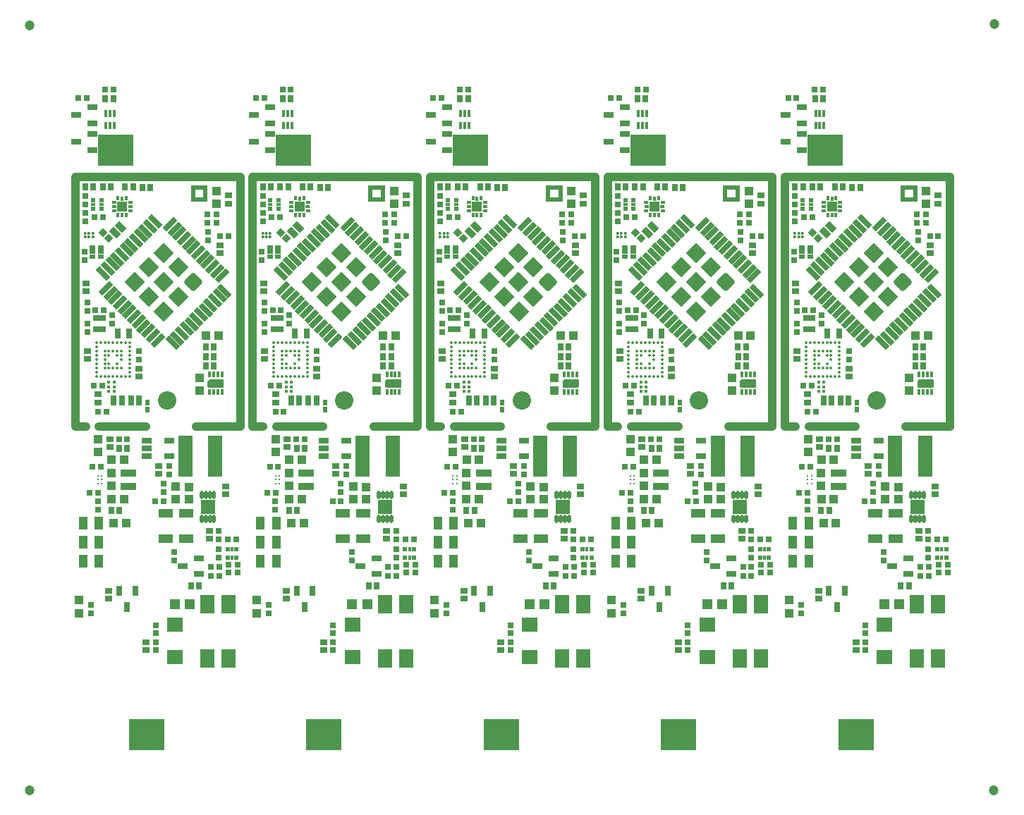
<source format=gbs>
G04*
G04 #@! TF.GenerationSoftware,Altium Limited,Altium Designer,19.1.8 (144)*
G04*
G04 Layer_Color=16711935*
%FSAX25Y25*%
%MOIN*%
G70*
G01*
G75*
%ADD10C,0.03937*%
%ADD21R,0.01968X0.02362*%
%ADD26R,0.02362X0.01968*%
%ADD76C,0.04737*%
%ADD78R,0.02769X0.03162*%
%ADD79R,0.16548X0.14580*%
%ADD80R,0.03320X0.03162*%
%ADD81R,0.07414X0.06784*%
%ADD82R,0.04737X0.04737*%
%ADD83R,0.03162X0.02769*%
%ADD84R,0.03950X0.03950*%
%ADD85R,0.06902X0.09068*%
%ADD86R,0.04540X0.02690*%
%ADD87C,0.01378*%
G04:AMPARAMS|DCode=88|XSize=47.37mil|YSize=31.62mil|CornerRadius=0mil|HoleSize=0mil|Usage=FLASHONLY|Rotation=315.000|XOffset=0mil|YOffset=0mil|HoleType=Round|Shape=Rectangle|*
%AMROTATEDRECTD88*
4,1,4,-0.02793,0.00557,-0.00557,0.02793,0.02793,-0.00557,0.00557,-0.02793,-0.02793,0.00557,0.0*
%
%ADD88ROTATEDRECTD88*%

%ADD89R,0.03162X0.03320*%
%ADD90R,0.03950X0.03950*%
G04:AMPARAMS|DCode=91|XSize=27.69mil|YSize=74.93mil|CornerRadius=0mil|HoleSize=0mil|Usage=FLASHONLY|Rotation=45.000|XOffset=0mil|YOffset=0mil|HoleType=Round|Shape=Rectangle|*
%AMROTATEDRECTD91*
4,1,4,0.01670,-0.03628,-0.03628,0.01670,-0.01670,0.03628,0.03628,-0.01670,0.01670,-0.03628,0.0*
%
%ADD91ROTATEDRECTD91*%

G04:AMPARAMS|DCode=92|XSize=27.69mil|YSize=74.93mil|CornerRadius=0mil|HoleSize=0mil|Usage=FLASHONLY|Rotation=135.000|XOffset=0mil|YOffset=0mil|HoleType=Round|Shape=Rectangle|*
%AMROTATEDRECTD92*
4,1,4,0.03628,0.01670,-0.01670,-0.03628,-0.03628,-0.01670,0.01670,0.03628,0.03628,0.01670,0.0*
%
%ADD92ROTATEDRECTD92*%

G04:AMPARAMS|DCode=93|XSize=67.06mil|YSize=67.06mil|CornerRadius=9.91mil|HoleSize=0mil|Usage=FLASHONLY|Rotation=135.000|XOffset=0mil|YOffset=0mil|HoleType=Round|Shape=RoundedRectangle|*
%AMROUNDEDRECTD93*
21,1,0.06706,0.04724,0,0,135.0*
21,1,0.04724,0.06706,0,0,135.0*
1,1,0.01981,0.00000,0.03341*
1,1,0.01981,0.03341,0.00000*
1,1,0.01981,0.00000,-0.03341*
1,1,0.01981,-0.03341,0.00000*
%
%ADD93ROUNDEDRECTD93*%
%ADD94P,0.09483X4X180.0*%
%ADD95R,0.01968X0.01575*%
%ADD96C,0.01417*%
%ADD97R,0.04528X0.04528*%
%ADD98R,0.01772X0.02461*%
%ADD99R,0.02461X0.01772*%
G04:AMPARAMS|DCode=100|XSize=32.41mil|YSize=30.44mil|CornerRadius=0mil|HoleSize=0mil|Usage=FLASHONLY|Rotation=225.000|XOffset=0mil|YOffset=0mil|HoleType=Round|Shape=Rectangle|*
%AMROTATEDRECTD100*
4,1,4,0.00070,0.02222,0.02222,0.00070,-0.00070,-0.02222,-0.02222,-0.00070,0.00070,0.02222,0.0*
%
%ADD100ROTATEDRECTD100*%

%ADD101R,0.02769X0.01981*%
%ADD102R,0.03044X0.03241*%
%ADD103R,0.01981X0.01981*%
%ADD104R,0.01981X0.01981*%
%ADD105R,0.06706X0.07099*%
G04:AMPARAMS|DCode=106|XSize=17.84mil|YSize=41.47mil|CornerRadius=6.46mil|HoleSize=0mil|Usage=FLASHONLY|Rotation=180.000|XOffset=0mil|YOffset=0mil|HoleType=Round|Shape=RoundedRectangle|*
%AMROUNDEDRECTD106*
21,1,0.01784,0.02854,0,0,180.0*
21,1,0.00492,0.04147,0,0,180.0*
1,1,0.01292,-0.00246,0.01427*
1,1,0.01292,0.00246,0.01427*
1,1,0.01292,0.00246,-0.01427*
1,1,0.01292,-0.00246,-0.01427*
%
%ADD106ROUNDEDRECTD106*%
%ADD107R,0.06706X0.19304*%
%ADD108R,0.01772X0.03740*%
%ADD109R,0.07099X0.04343*%
%ADD110R,0.01575X0.01968*%
%ADD111R,0.03162X0.05131*%
%ADD112R,0.01981X0.02572*%
%ADD113R,0.02690X0.04540*%
%ADD114R,0.02769X0.02769*%
%ADD115R,0.01575X0.03150*%
%ADD116R,0.01575X0.01575*%
%ADD117R,0.03044X0.04737*%
%ADD118R,0.03162X0.04737*%
%ADD119R,0.02178X0.02769*%
%ADD120R,0.07493X0.03556*%
%ADD121C,0.01260*%
%ADD122R,0.04343X0.05918*%
%ADD123C,0.08674*%
G36*
X0533088Y0400576D02*
X0533113Y0400575D01*
X0533113Y0400575D01*
X0533113D01*
X0533139Y0400570D01*
X0533165Y0400565D01*
X0533165Y0400565D01*
X0533165Y0400565D01*
X0533193Y0400555D01*
X0533214Y0400548D01*
X0533215Y0400548D01*
X0533215Y0400548D01*
X0533244Y0400533D01*
X0533261Y0400525D01*
X0533261Y0400525D01*
X0533261Y0400525D01*
X0533279Y0400513D01*
X0533305Y0400495D01*
X0533305Y0400495D01*
X0533305Y0400495D01*
X0533317Y0400485D01*
X0533345Y0400461D01*
X0533345Y0400461D01*
X0533345Y0400461D01*
X0533689Y0400116D01*
X0533689Y0400116D01*
X0533689Y0400116D01*
X0533724Y0400077D01*
X0533743Y0400048D01*
X0533753Y0400033D01*
X0533753Y0400033D01*
X0533754Y0400032D01*
X0533776Y0399986D01*
X0533777Y0399983D01*
X0533793Y0399936D01*
X0533799Y0399905D01*
X0533803Y0399885D01*
X0533807Y0399833D01*
Y0399833D01*
Y0399833D01*
X0533807Y0399193D01*
X0533803Y0399141D01*
X0533799Y0399120D01*
X0533793Y0399089D01*
X0533776Y0399040D01*
X0533753Y0398992D01*
X0533753Y0398992D01*
X0533743Y0398978D01*
X0533724Y0398949D01*
X0533689Y0398909D01*
X0533689Y0398909D01*
X0533689Y0398909D01*
X0533650Y0398875D01*
X0533621Y0398856D01*
X0533606Y0398846D01*
X0533606Y0398846D01*
X0533559Y0398823D01*
X0533509Y0398806D01*
X0533478Y0398800D01*
X0533458Y0398796D01*
X0533406Y0398792D01*
X0532323D01*
X0532271Y0398796D01*
X0532219Y0398806D01*
X0532170Y0398823D01*
X0532123Y0398846D01*
X0532079Y0398875D01*
X0532040Y0398909D01*
X0532005Y0398949D01*
X0531976Y0398992D01*
X0531953Y0399040D01*
X0531936Y0399089D01*
X0531926Y0399141D01*
X0531922Y0399193D01*
Y0400177D01*
X0531924Y0400205D01*
X0531926Y0400230D01*
X0531926Y0400230D01*
Y0400230D01*
X0531931Y0400255D01*
X0531936Y0400281D01*
X0531936Y0400281D01*
X0531936Y0400281D01*
X0531942Y0400300D01*
X0531953Y0400330D01*
X0531953Y0400331D01*
X0531953Y0400331D01*
X0531963Y0400352D01*
X0531976Y0400378D01*
X0531976Y0400378D01*
X0531976Y0400378D01*
X0531988Y0400395D01*
X0532005Y0400421D01*
X0532005Y0400421D01*
X0532005Y0400421D01*
X0532015Y0400433D01*
X0532040Y0400461D01*
X0532040Y0400461D01*
X0532040Y0400461D01*
X0532067Y0400485D01*
X0532079Y0400495D01*
X0532079Y0400495D01*
X0532079Y0400495D01*
X0532105Y0400513D01*
X0532123Y0400524D01*
X0532123Y0400524D01*
X0532123Y0400524D01*
X0532148Y0400537D01*
X0532170Y0400548D01*
X0532170Y0400548D01*
X0532170Y0400548D01*
X0532201Y0400558D01*
X0532219Y0400564D01*
X0532219Y0400564D01*
X0532219Y0400564D01*
X0532245Y0400570D01*
X0532271Y0400575D01*
X0532271D01*
X0532271Y0400575D01*
X0532296Y0400576D01*
X0532323Y0400578D01*
X0533061Y0400578D01*
X0533061D01*
X0533088Y0400576D01*
D02*
G37*
G36*
X0449230D02*
X0449255Y0400575D01*
X0449255Y0400575D01*
X0449255D01*
X0449280Y0400570D01*
X0449306Y0400565D01*
X0449306Y0400565D01*
X0449307Y0400565D01*
X0449335Y0400555D01*
X0449356Y0400548D01*
X0449356Y0400548D01*
X0449356Y0400548D01*
X0449386Y0400533D01*
X0449403Y0400525D01*
X0449403Y0400525D01*
X0449403Y0400525D01*
X0449421Y0400513D01*
X0449447Y0400495D01*
X0449447Y0400495D01*
X0449447Y0400495D01*
X0449459Y0400485D01*
X0449486Y0400461D01*
X0449486Y0400461D01*
X0449486Y0400461D01*
X0449831Y0400116D01*
X0449831Y0400116D01*
X0449831Y0400116D01*
X0449865Y0400077D01*
X0449885Y0400048D01*
X0449895Y0400033D01*
X0449895Y0400033D01*
X0449895Y0400032D01*
X0449918Y0399986D01*
X0449919Y0399983D01*
X0449935Y0399936D01*
X0449941Y0399905D01*
X0449945Y0399885D01*
X0449948Y0399833D01*
Y0399833D01*
Y0399833D01*
X0449948Y0399193D01*
X0449945Y0399141D01*
X0449941Y0399120D01*
X0449935Y0399089D01*
X0449918Y0399040D01*
X0449895Y0398992D01*
X0449895Y0398992D01*
X0449885Y0398978D01*
X0449865Y0398949D01*
X0449831Y0398909D01*
X0449831Y0398909D01*
X0449831Y0398909D01*
X0449791Y0398875D01*
X0449762Y0398856D01*
X0449748Y0398846D01*
X0449748Y0398846D01*
X0449701Y0398823D01*
X0449651Y0398806D01*
X0449620Y0398800D01*
X0449600Y0398796D01*
X0449547Y0398792D01*
X0448465D01*
X0448412Y0398796D01*
X0448361Y0398806D01*
X0448311Y0398823D01*
X0448264Y0398846D01*
X0448221Y0398875D01*
X0448181Y0398909D01*
X0448147Y0398949D01*
X0448118Y0398992D01*
X0448094Y0399040D01*
X0448078Y0399089D01*
X0448067Y0399141D01*
X0448064Y0399193D01*
Y0400177D01*
X0448066Y0400205D01*
X0448067Y0400230D01*
X0448067Y0400230D01*
Y0400230D01*
X0448072Y0400255D01*
X0448077Y0400281D01*
X0448078Y0400281D01*
X0448078Y0400281D01*
X0448084Y0400300D01*
X0448094Y0400330D01*
X0448094Y0400331D01*
X0448094Y0400331D01*
X0448105Y0400352D01*
X0448118Y0400378D01*
X0448118Y0400378D01*
X0448118Y0400378D01*
X0448129Y0400395D01*
X0448147Y0400421D01*
X0448147Y0400421D01*
X0448147Y0400421D01*
X0448157Y0400433D01*
X0448181Y0400461D01*
X0448181Y0400461D01*
X0448181Y0400461D01*
X0448209Y0400485D01*
X0448221Y0400495D01*
X0448221Y0400495D01*
X0448221Y0400495D01*
X0448247Y0400513D01*
X0448264Y0400524D01*
X0448264Y0400524D01*
X0448264Y0400524D01*
X0448290Y0400537D01*
X0448311Y0400548D01*
X0448311Y0400548D01*
X0448311Y0400548D01*
X0448342Y0400558D01*
X0448361Y0400564D01*
X0448361Y0400564D01*
X0448361Y0400564D01*
X0448387Y0400570D01*
X0448412Y0400575D01*
X0448412D01*
X0448412Y0400575D01*
X0448437Y0400576D01*
X0448465Y0400578D01*
X0449203Y0400578D01*
X0449203D01*
X0449230Y0400576D01*
D02*
G37*
G36*
X0365372D02*
X0365397Y0400575D01*
X0365397Y0400575D01*
X0365397D01*
X0365422Y0400570D01*
X0365448Y0400565D01*
X0365448Y0400565D01*
X0365448Y0400565D01*
X0365476Y0400555D01*
X0365498Y0400548D01*
X0365498Y0400548D01*
X0365498Y0400548D01*
X0365528Y0400533D01*
X0365545Y0400525D01*
X0365545Y0400525D01*
X0365545Y0400525D01*
X0365563Y0400513D01*
X0365588Y0400495D01*
X0365588Y0400495D01*
X0365588Y0400495D01*
X0365600Y0400485D01*
X0365628Y0400461D01*
X0365628Y0400461D01*
X0365628Y0400461D01*
X0365973Y0400116D01*
X0365973Y0400116D01*
X0365973Y0400116D01*
X0366007Y0400077D01*
X0366027Y0400048D01*
X0366036Y0400033D01*
X0366036Y0400033D01*
X0366037Y0400032D01*
X0366059Y0399986D01*
X0366060Y0399983D01*
X0366076Y0399936D01*
X0366083Y0399905D01*
X0366087Y0399885D01*
X0366090Y0399833D01*
Y0399833D01*
Y0399833D01*
X0366090Y0399193D01*
X0366087Y0399141D01*
X0366083Y0399120D01*
X0366076Y0399089D01*
X0366059Y0399040D01*
X0366036Y0398992D01*
X0366036Y0398992D01*
X0366026Y0398978D01*
X0366007Y0398949D01*
X0365973Y0398909D01*
X0365973Y0398909D01*
X0365973Y0398909D01*
X0365933Y0398875D01*
X0365904Y0398856D01*
X0365890Y0398846D01*
X0365890Y0398846D01*
X0365843Y0398823D01*
X0365793Y0398806D01*
X0365762Y0398800D01*
X0365741Y0398796D01*
X0365689Y0398792D01*
X0364606D01*
X0364554Y0398796D01*
X0364503Y0398806D01*
X0364453Y0398823D01*
X0364406Y0398846D01*
X0364362Y0398875D01*
X0364323Y0398909D01*
X0364288Y0398949D01*
X0364259Y0398992D01*
X0364236Y0399040D01*
X0364219Y0399089D01*
X0364209Y0399141D01*
X0364206Y0399193D01*
Y0400177D01*
X0364207Y0400205D01*
X0364209Y0400230D01*
X0364209Y0400230D01*
Y0400230D01*
X0364214Y0400255D01*
X0364219Y0400281D01*
X0364219Y0400281D01*
X0364219Y0400281D01*
X0364226Y0400300D01*
X0364236Y0400330D01*
X0364236Y0400331D01*
X0364236Y0400331D01*
X0364247Y0400352D01*
X0364259Y0400378D01*
X0364259Y0400378D01*
X0364259Y0400378D01*
X0364271Y0400395D01*
X0364288Y0400421D01*
X0364288Y0400421D01*
X0364288Y0400421D01*
X0364299Y0400433D01*
X0364323Y0400461D01*
X0364323Y0400461D01*
X0364323Y0400461D01*
X0364351Y0400485D01*
X0364362Y0400495D01*
X0364362Y0400495D01*
X0364362Y0400495D01*
X0364388Y0400513D01*
X0364406Y0400524D01*
X0364406Y0400524D01*
X0364406Y0400524D01*
X0364432Y0400537D01*
X0364453Y0400548D01*
X0364453Y0400548D01*
X0364453Y0400548D01*
X0364484Y0400558D01*
X0364503Y0400564D01*
X0364503Y0400564D01*
X0364503Y0400564D01*
X0364529Y0400570D01*
X0364554Y0400575D01*
X0364554D01*
X0364554Y0400575D01*
X0364579Y0400576D01*
X0364606Y0400578D01*
X0365344Y0400578D01*
X0365345D01*
X0365372Y0400576D01*
D02*
G37*
G36*
X0281514D02*
X0281539Y0400575D01*
X0281539Y0400575D01*
X0281539D01*
X0281564Y0400570D01*
X0281590Y0400565D01*
X0281590Y0400565D01*
X0281590Y0400565D01*
X0281618Y0400555D01*
X0281640Y0400548D01*
X0281640Y0400548D01*
X0281640Y0400548D01*
X0281669Y0400533D01*
X0281687Y0400525D01*
X0281687Y0400525D01*
X0281687Y0400525D01*
X0281704Y0400513D01*
X0281730Y0400495D01*
X0281730Y0400495D01*
X0281730Y0400495D01*
X0281742Y0400485D01*
X0281770Y0400461D01*
X0281770Y0400461D01*
X0281770Y0400461D01*
X0282114Y0400116D01*
X0282114Y0400116D01*
X0282114Y0400116D01*
X0282149Y0400077D01*
X0282168Y0400048D01*
X0282178Y0400033D01*
X0282178Y0400033D01*
X0282179Y0400032D01*
X0282201Y0399986D01*
X0282202Y0399983D01*
X0282218Y0399936D01*
X0282224Y0399905D01*
X0282228Y0399885D01*
X0282232Y0399833D01*
Y0399833D01*
Y0399833D01*
X0282232Y0399193D01*
X0282228Y0399141D01*
X0282224Y0399120D01*
X0282218Y0399089D01*
X0282201Y0399040D01*
X0282178Y0398992D01*
X0282178Y0398992D01*
X0282168Y0398978D01*
X0282149Y0398949D01*
X0282114Y0398909D01*
X0282114Y0398909D01*
X0282114Y0398909D01*
X0282075Y0398875D01*
X0282046Y0398856D01*
X0282031Y0398846D01*
X0282031Y0398846D01*
X0281984Y0398823D01*
X0281935Y0398806D01*
X0281904Y0398800D01*
X0281883Y0398796D01*
X0281831Y0398792D01*
X0280748D01*
X0280696Y0398796D01*
X0280644Y0398806D01*
X0280595Y0398823D01*
X0280548Y0398846D01*
X0280504Y0398875D01*
X0280465Y0398909D01*
X0280430Y0398949D01*
X0280401Y0398992D01*
X0280378Y0399040D01*
X0280361Y0399089D01*
X0280351Y0399141D01*
X0280347Y0399193D01*
Y0400177D01*
X0280349Y0400205D01*
X0280351Y0400230D01*
X0280351Y0400230D01*
Y0400230D01*
X0280356Y0400255D01*
X0280361Y0400281D01*
X0280361Y0400281D01*
X0280361Y0400281D01*
X0280367Y0400300D01*
X0280378Y0400330D01*
X0280378Y0400331D01*
X0280378Y0400331D01*
X0280388Y0400352D01*
X0280401Y0400378D01*
X0280401Y0400378D01*
X0280401Y0400378D01*
X0280413Y0400395D01*
X0280430Y0400421D01*
X0280430Y0400421D01*
X0280430Y0400421D01*
X0280440Y0400433D01*
X0280465Y0400461D01*
X0280465Y0400461D01*
X0280465Y0400461D01*
X0280492Y0400485D01*
X0280504Y0400495D01*
X0280504Y0400495D01*
X0280504Y0400495D01*
X0280530Y0400513D01*
X0280548Y0400524D01*
X0280548Y0400524D01*
X0280548Y0400524D01*
X0280573Y0400537D01*
X0280595Y0400548D01*
X0280595Y0400548D01*
X0280595Y0400548D01*
X0280626Y0400558D01*
X0280644Y0400564D01*
X0280644Y0400564D01*
X0280644Y0400564D01*
X0280670Y0400570D01*
X0280696Y0400575D01*
X0280696D01*
X0280696Y0400575D01*
X0280721Y0400576D01*
X0280748Y0400578D01*
X0281486Y0400578D01*
X0281486D01*
X0281514Y0400576D01*
D02*
G37*
G36*
X0197655D02*
X0197680Y0400575D01*
X0197680Y0400575D01*
X0197680D01*
X0197705Y0400570D01*
X0197732Y0400565D01*
X0197732Y0400565D01*
X0197732Y0400565D01*
X0197760Y0400555D01*
X0197781Y0400548D01*
X0197781Y0400548D01*
X0197781Y0400548D01*
X0197811Y0400533D01*
X0197828Y0400525D01*
X0197828Y0400525D01*
X0197828Y0400525D01*
X0197846Y0400513D01*
X0197872Y0400495D01*
X0197872Y0400495D01*
X0197872Y0400495D01*
X0197884Y0400485D01*
X0197911Y0400461D01*
X0197911Y0400461D01*
X0197911Y0400461D01*
X0198256Y0400116D01*
X0198256Y0400116D01*
X0198256Y0400116D01*
X0198291Y0400077D01*
X0198310Y0400048D01*
X0198320Y0400033D01*
X0198320Y0400033D01*
X0198320Y0400032D01*
X0198343Y0399986D01*
X0198344Y0399983D01*
X0198360Y0399936D01*
X0198366Y0399905D01*
X0198370Y0399885D01*
X0198373Y0399833D01*
Y0399833D01*
Y0399833D01*
X0198373Y0399193D01*
X0198370Y0399141D01*
X0198366Y0399120D01*
X0198360Y0399089D01*
X0198343Y0399040D01*
X0198320Y0398992D01*
X0198320Y0398992D01*
X0198310Y0398978D01*
X0198291Y0398949D01*
X0198256Y0398909D01*
X0198256Y0398909D01*
X0198256Y0398909D01*
X0198217Y0398875D01*
X0198188Y0398856D01*
X0198173Y0398846D01*
X0198173Y0398846D01*
X0198126Y0398823D01*
X0198076Y0398806D01*
X0198045Y0398800D01*
X0198025Y0398796D01*
X0197973Y0398792D01*
X0196890D01*
X0196838Y0398796D01*
X0196786Y0398806D01*
X0196737Y0398823D01*
X0196689Y0398846D01*
X0196646Y0398875D01*
X0196606Y0398909D01*
X0196572Y0398949D01*
X0196543Y0398992D01*
X0196519Y0399040D01*
X0196503Y0399089D01*
X0196492Y0399141D01*
X0196489Y0399193D01*
Y0400177D01*
X0196491Y0400205D01*
X0196492Y0400230D01*
X0196492Y0400230D01*
Y0400230D01*
X0196497Y0400255D01*
X0196503Y0400281D01*
X0196503Y0400281D01*
X0196503Y0400281D01*
X0196509Y0400300D01*
X0196519Y0400330D01*
X0196519Y0400331D01*
X0196519Y0400331D01*
X0196530Y0400352D01*
X0196543Y0400378D01*
X0196543Y0400378D01*
X0196543Y0400378D01*
X0196555Y0400395D01*
X0196572Y0400421D01*
X0196572Y0400421D01*
X0196572Y0400421D01*
X0196582Y0400433D01*
X0196606Y0400461D01*
X0196606Y0400461D01*
X0196606Y0400461D01*
X0196634Y0400485D01*
X0196646Y0400495D01*
X0196646Y0400495D01*
X0196646Y0400495D01*
X0196672Y0400513D01*
X0196689Y0400524D01*
X0196689Y0400524D01*
X0196689Y0400524D01*
X0196715Y0400537D01*
X0196736Y0400548D01*
X0196736Y0400548D01*
X0196737Y0400548D01*
X0196767Y0400558D01*
X0196786Y0400564D01*
X0196786Y0400564D01*
X0196786Y0400564D01*
X0196812Y0400570D01*
X0196837Y0400575D01*
X0196837D01*
X0196838Y0400575D01*
X0196862Y0400576D01*
X0196890Y0400578D01*
X0197628Y0400578D01*
X0197628D01*
X0197655Y0400576D01*
D02*
G37*
G36*
X0547120Y0314807D02*
X0547150Y0314801D01*
X0547171Y0314797D01*
X0547171Y0314797D01*
X0547221Y0314780D01*
X0547268Y0314757D01*
X0547311Y0314728D01*
X0547348Y0314695D01*
X0547351Y0314693D01*
Y0314693D01*
X0547351D01*
X0547353Y0314690D01*
X0547385Y0314654D01*
X0547414Y0314610D01*
X0547438Y0314563D01*
X0547454Y0314513D01*
X0547454Y0314513D01*
X0547459Y0314493D01*
X0547465Y0314462D01*
X0547468Y0314410D01*
Y0314410D01*
Y0314409D01*
X0547468Y0311339D01*
X0547466Y0311314D01*
X0547465Y0311287D01*
X0547465Y0311287D01*
X0547465Y0311287D01*
X0547460Y0311263D01*
X0547454Y0311236D01*
X0547454Y0311236D01*
X0547454Y0311236D01*
X0547447Y0311215D01*
X0547437Y0311186D01*
X0547437Y0311186D01*
X0547437Y0311186D01*
X0547427Y0311165D01*
X0547414Y0311139D01*
X0547414Y0311139D01*
X0547414Y0311139D01*
X0547399Y0311115D01*
X0547385Y0311096D01*
X0547385Y0311095D01*
X0547385Y0311095D01*
X0547367Y0311074D01*
X0547351Y0311056D01*
X0547351Y0311056D01*
X0547351Y0311056D01*
X0547333Y0311040D01*
X0547311Y0311022D01*
X0547311Y0311021D01*
X0547311Y0311021D01*
X0547292Y0311008D01*
X0547268Y0310992D01*
X0547268Y0310992D01*
X0547267Y0310992D01*
X0547242Y0310980D01*
X0547221Y0310969D01*
X0547221Y0310969D01*
X0547221Y0310969D01*
X0547192Y0310960D01*
X0547171Y0310952D01*
X0547171Y0310952D01*
X0547171Y0310952D01*
X0547144Y0310947D01*
X0547120Y0310942D01*
X0547120Y0310942D01*
X0547119Y0310942D01*
X0547093Y0310940D01*
X0547067Y0310939D01*
X0540218Y0310934D01*
X0540217Y0310934D01*
X0540217Y0310934D01*
X0540197Y0310935D01*
X0540165Y0310937D01*
X0540165Y0310937D01*
X0540165D01*
X0540141Y0310942D01*
X0540114Y0310947D01*
X0540114Y0310947D01*
X0540114Y0310947D01*
X0540088Y0310956D01*
X0540064Y0310964D01*
X0540064Y0310964D01*
X0540064Y0310964D01*
X0540047Y0310972D01*
X0540017Y0310987D01*
X0540017Y0310987D01*
X0540017Y0310987D01*
X0540000Y0310998D01*
X0539973Y0311016D01*
X0539973Y0311017D01*
X0539973Y0311017D01*
X0539956Y0311032D01*
X0539934Y0311051D01*
X0539934Y0311051D01*
X0539934Y0311051D01*
X0539915Y0311073D01*
X0539899Y0311090D01*
X0539899Y0311090D01*
X0539899Y0311090D01*
X0539882Y0311117D01*
X0539870Y0311134D01*
X0539870Y0311134D01*
X0539870Y0311134D01*
X0539855Y0311164D01*
X0539847Y0311181D01*
X0539847Y0311181D01*
X0539847Y0311181D01*
X0539839Y0311204D01*
X0539830Y0311231D01*
X0539830Y0311231D01*
X0539830Y0311231D01*
X0539825Y0311257D01*
X0539820Y0311282D01*
Y0311282D01*
X0539820Y0311282D01*
X0539818Y0311314D01*
X0539816Y0311334D01*
X0539816Y0311334D01*
X0539816Y0311334D01*
X0539816Y0313819D01*
X0539816Y0313819D01*
X0539816Y0313819D01*
X0539818Y0313848D01*
X0539819Y0313871D01*
X0539819Y0313871D01*
X0539819Y0313872D01*
X0539824Y0313896D01*
X0539829Y0313923D01*
X0539829Y0313923D01*
X0539829Y0313923D01*
X0539836Y0313941D01*
X0539846Y0313972D01*
X0539846Y0313972D01*
X0539846Y0313973D01*
X0539858Y0313996D01*
X0539869Y0314019D01*
X0539869Y0314019D01*
X0539870Y0314020D01*
X0539888Y0314047D01*
X0539899Y0314063D01*
X0539899Y0314063D01*
X0539899Y0314063D01*
X0539918Y0314086D01*
X0539933Y0314102D01*
X0539933Y0314103D01*
X0539933Y0314103D01*
X0540525Y0314693D01*
X0540542Y0314708D01*
X0540564Y0314727D01*
X0540564Y0314728D01*
X0540564Y0314728D01*
X0540584Y0314741D01*
X0540608Y0314757D01*
X0540608Y0314757D01*
X0540608Y0314757D01*
X0540631Y0314768D01*
X0540655Y0314780D01*
X0540655Y0314780D01*
X0540655Y0314780D01*
X0540673Y0314786D01*
X0540704Y0314797D01*
X0540704Y0314797D01*
X0540705Y0314797D01*
X0540723Y0314800D01*
X0540756Y0314807D01*
X0540756Y0314807D01*
X0540756Y0314807D01*
X0540780Y0314809D01*
X0540808Y0314810D01*
X0547067Y0314810D01*
X0547067D01*
X0547120Y0314807D01*
D02*
G37*
G36*
X0463261D02*
X0463292Y0314801D01*
X0463313Y0314797D01*
X0463313Y0314797D01*
X0463362Y0314780D01*
X0463409Y0314757D01*
X0463453Y0314728D01*
X0463490Y0314695D01*
X0463492Y0314693D01*
Y0314693D01*
X0463492D01*
X0463495Y0314690D01*
X0463527Y0314654D01*
X0463556Y0314610D01*
X0463579Y0314563D01*
X0463596Y0314513D01*
X0463596Y0314513D01*
X0463600Y0314493D01*
X0463606Y0314462D01*
X0463610Y0314410D01*
Y0314410D01*
Y0314409D01*
X0463610Y0311339D01*
X0463608Y0311314D01*
X0463606Y0311287D01*
X0463606Y0311287D01*
X0463606Y0311287D01*
X0463601Y0311263D01*
X0463596Y0311236D01*
X0463596Y0311236D01*
X0463596Y0311236D01*
X0463589Y0311215D01*
X0463579Y0311186D01*
X0463579Y0311186D01*
X0463579Y0311186D01*
X0463569Y0311165D01*
X0463556Y0311139D01*
X0463556Y0311139D01*
X0463556Y0311139D01*
X0463540Y0311115D01*
X0463527Y0311096D01*
X0463527Y0311095D01*
X0463527Y0311095D01*
X0463508Y0311074D01*
X0463492Y0311056D01*
X0463492Y0311056D01*
X0463492Y0311056D01*
X0463474Y0311040D01*
X0463453Y0311022D01*
X0463453Y0311021D01*
X0463453Y0311021D01*
X0463433Y0311008D01*
X0463410Y0310992D01*
X0463409Y0310992D01*
X0463409Y0310992D01*
X0463384Y0310980D01*
X0463362Y0310969D01*
X0463362Y0310969D01*
X0463362Y0310969D01*
X0463334Y0310960D01*
X0463313Y0310952D01*
X0463313Y0310952D01*
X0463312Y0310952D01*
X0463285Y0310947D01*
X0463261Y0310942D01*
X0463261Y0310942D01*
X0463261Y0310942D01*
X0463235Y0310940D01*
X0463209Y0310939D01*
X0456359Y0310934D01*
X0456359Y0310934D01*
X0456359Y0310934D01*
X0456339Y0310935D01*
X0456307Y0310937D01*
X0456307Y0310937D01*
X0456307D01*
X0456282Y0310942D01*
X0456255Y0310947D01*
X0456255Y0310947D01*
X0456255Y0310947D01*
X0456229Y0310956D01*
X0456206Y0310964D01*
X0456206Y0310964D01*
X0456206Y0310964D01*
X0456189Y0310972D01*
X0456159Y0310987D01*
X0456159Y0310987D01*
X0456159Y0310987D01*
X0456142Y0310998D01*
X0456115Y0311016D01*
X0456115Y0311017D01*
X0456115Y0311017D01*
X0456098Y0311032D01*
X0456076Y0311051D01*
X0456076Y0311051D01*
X0456076Y0311051D01*
X0456057Y0311073D01*
X0456041Y0311090D01*
X0456041Y0311090D01*
X0456041Y0311090D01*
X0456023Y0311117D01*
X0456012Y0311134D01*
X0456012Y0311134D01*
X0456012Y0311134D01*
X0455997Y0311164D01*
X0455989Y0311181D01*
X0455989Y0311181D01*
X0455989Y0311181D01*
X0455981Y0311204D01*
X0455972Y0311231D01*
X0455972Y0311231D01*
X0455972Y0311231D01*
X0455967Y0311257D01*
X0455962Y0311282D01*
Y0311282D01*
X0455962Y0311282D01*
X0455960Y0311314D01*
X0455958Y0311334D01*
X0455958Y0311334D01*
X0455958Y0311334D01*
X0455958Y0313819D01*
X0455958Y0313819D01*
X0455958Y0313819D01*
X0455959Y0313848D01*
X0455961Y0313871D01*
X0455961Y0313871D01*
X0455961Y0313872D01*
X0455966Y0313896D01*
X0455971Y0313923D01*
X0455971Y0313923D01*
X0455971Y0313923D01*
X0455977Y0313941D01*
X0455988Y0313972D01*
X0455988Y0313972D01*
X0455988Y0313973D01*
X0456000Y0313996D01*
X0456011Y0314019D01*
X0456011Y0314019D01*
X0456011Y0314020D01*
X0456029Y0314047D01*
X0456040Y0314063D01*
X0456040Y0314063D01*
X0456040Y0314063D01*
X0456060Y0314086D01*
X0456075Y0314102D01*
X0456075Y0314103D01*
X0456075Y0314103D01*
X0456667Y0314693D01*
X0456684Y0314708D01*
X0456706Y0314727D01*
X0456706Y0314728D01*
X0456706Y0314728D01*
X0456726Y0314741D01*
X0456749Y0314757D01*
X0456749Y0314757D01*
X0456750Y0314757D01*
X0456773Y0314768D01*
X0456796Y0314780D01*
X0456797Y0314780D01*
X0456797Y0314780D01*
X0456815Y0314786D01*
X0456846Y0314797D01*
X0456846Y0314797D01*
X0456846Y0314797D01*
X0456865Y0314800D01*
X0456897Y0314807D01*
X0456898Y0314807D01*
X0456898Y0314807D01*
X0456922Y0314809D01*
X0456950Y0314810D01*
X0463209Y0314810D01*
X0463209D01*
X0463261Y0314807D01*
D02*
G37*
G36*
X0379403D02*
X0379434Y0314801D01*
X0379454Y0314797D01*
X0379454Y0314797D01*
X0379504Y0314780D01*
X0379551Y0314757D01*
X0379595Y0314728D01*
X0379631Y0314695D01*
X0379634Y0314693D01*
Y0314693D01*
X0379634D01*
X0379637Y0314690D01*
X0379669Y0314654D01*
X0379698Y0314610D01*
X0379721Y0314563D01*
X0379738Y0314513D01*
X0379738Y0314513D01*
X0379742Y0314493D01*
X0379748Y0314462D01*
X0379751Y0314410D01*
Y0314410D01*
Y0314409D01*
X0379751Y0311339D01*
X0379750Y0311314D01*
X0379748Y0311287D01*
X0379748Y0311287D01*
X0379748Y0311287D01*
X0379743Y0311263D01*
X0379738Y0311236D01*
X0379738Y0311236D01*
X0379738Y0311236D01*
X0379731Y0311215D01*
X0379721Y0311186D01*
X0379721Y0311186D01*
X0379721Y0311186D01*
X0379710Y0311165D01*
X0379698Y0311139D01*
X0379698Y0311139D01*
X0379698Y0311139D01*
X0379682Y0311115D01*
X0379669Y0311096D01*
X0379669Y0311095D01*
X0379668Y0311095D01*
X0379650Y0311074D01*
X0379634Y0311056D01*
X0379634Y0311056D01*
X0379634Y0311056D01*
X0379616Y0311040D01*
X0379595Y0311022D01*
X0379595Y0311021D01*
X0379594Y0311021D01*
X0379575Y0311008D01*
X0379551Y0310992D01*
X0379551Y0310992D01*
X0379551Y0310992D01*
X0379525Y0310980D01*
X0379504Y0310969D01*
X0379504Y0310969D01*
X0379504Y0310969D01*
X0379476Y0310960D01*
X0379454Y0310952D01*
X0379454Y0310952D01*
X0379454Y0310952D01*
X0379427Y0310947D01*
X0379403Y0310942D01*
X0379403Y0310942D01*
X0379403Y0310942D01*
X0379377Y0310940D01*
X0379351Y0310939D01*
X0372501Y0310934D01*
X0372501Y0310934D01*
X0372501Y0310934D01*
X0372480Y0310935D01*
X0372449Y0310937D01*
X0372448Y0310937D01*
X0372448D01*
X0372424Y0310942D01*
X0372397Y0310947D01*
X0372397Y0310947D01*
X0372397Y0310947D01*
X0372371Y0310956D01*
X0372347Y0310964D01*
X0372347Y0310964D01*
X0372347Y0310964D01*
X0372331Y0310972D01*
X0372301Y0310987D01*
X0372300Y0310987D01*
X0372300Y0310987D01*
X0372284Y0310998D01*
X0372257Y0311016D01*
X0372257Y0311017D01*
X0372257Y0311017D01*
X0372239Y0311032D01*
X0372217Y0311051D01*
X0372217Y0311051D01*
X0372217Y0311051D01*
X0372198Y0311073D01*
X0372183Y0311090D01*
X0372183Y0311090D01*
X0372183Y0311090D01*
X0372165Y0311117D01*
X0372154Y0311134D01*
X0372154Y0311134D01*
X0372154Y0311134D01*
X0372139Y0311164D01*
X0372130Y0311181D01*
X0372130Y0311181D01*
X0372130Y0311181D01*
X0372123Y0311204D01*
X0372113Y0311231D01*
X0372113Y0311231D01*
X0372113Y0311231D01*
X0372108Y0311257D01*
X0372103Y0311282D01*
Y0311282D01*
X0372103Y0311282D01*
X0372101Y0311314D01*
X0372100Y0311334D01*
X0372100Y0311334D01*
X0372100Y0311334D01*
X0372099Y0313819D01*
X0372099Y0313819D01*
X0372099Y0313819D01*
X0372101Y0313848D01*
X0372103Y0313871D01*
X0372103Y0313871D01*
X0372103Y0313872D01*
X0372107Y0313896D01*
X0372113Y0313923D01*
X0372113Y0313923D01*
X0372113Y0313923D01*
X0372119Y0313941D01*
X0372130Y0313972D01*
X0372130Y0313972D01*
X0372130Y0313973D01*
X0372141Y0313996D01*
X0372153Y0314019D01*
X0372153Y0314019D01*
X0372153Y0314020D01*
X0372171Y0314047D01*
X0372182Y0314063D01*
X0372182Y0314063D01*
X0372182Y0314063D01*
X0372202Y0314086D01*
X0372217Y0314102D01*
X0372217Y0314103D01*
X0372217Y0314103D01*
X0372808Y0314693D01*
X0372825Y0314708D01*
X0372847Y0314727D01*
X0372848Y0314728D01*
X0372848Y0314728D01*
X0372867Y0314741D01*
X0372891Y0314757D01*
X0372891Y0314757D01*
X0372891Y0314757D01*
X0372914Y0314768D01*
X0372938Y0314780D01*
X0372938Y0314780D01*
X0372938Y0314780D01*
X0372956Y0314786D01*
X0372988Y0314797D01*
X0372988Y0314797D01*
X0372988Y0314797D01*
X0373006Y0314800D01*
X0373039Y0314807D01*
X0373039Y0314807D01*
X0373039Y0314807D01*
X0373063Y0314809D01*
X0373091Y0314810D01*
X0379351Y0314810D01*
X0379351D01*
X0379403Y0314807D01*
D02*
G37*
G36*
X0295545D02*
X0295575Y0314801D01*
X0295596Y0314797D01*
X0295596Y0314797D01*
X0295646Y0314780D01*
X0295693Y0314757D01*
X0295736Y0314728D01*
X0295773Y0314695D01*
X0295776Y0314693D01*
Y0314693D01*
X0295776D01*
X0295778Y0314690D01*
X0295810Y0314654D01*
X0295840Y0314610D01*
X0295863Y0314563D01*
X0295880Y0314513D01*
X0295880Y0314513D01*
X0295884Y0314493D01*
X0295890Y0314462D01*
X0295893Y0314410D01*
Y0314410D01*
Y0314409D01*
X0295893Y0311339D01*
X0295891Y0311314D01*
X0295890Y0311287D01*
X0295890Y0311287D01*
X0295890Y0311287D01*
X0295885Y0311263D01*
X0295879Y0311236D01*
X0295879Y0311236D01*
X0295879Y0311236D01*
X0295872Y0311215D01*
X0295863Y0311186D01*
X0295863Y0311186D01*
X0295863Y0311186D01*
X0295852Y0311165D01*
X0295840Y0311139D01*
X0295839Y0311139D01*
X0295839Y0311139D01*
X0295824Y0311115D01*
X0295810Y0311096D01*
X0295810Y0311095D01*
X0295810Y0311095D01*
X0295792Y0311074D01*
X0295776Y0311056D01*
X0295776Y0311056D01*
X0295776Y0311056D01*
X0295758Y0311040D01*
X0295736Y0311022D01*
X0295736Y0311021D01*
X0295736Y0311021D01*
X0295717Y0311008D01*
X0295693Y0310992D01*
X0295693Y0310992D01*
X0295693Y0310992D01*
X0295667Y0310980D01*
X0295646Y0310969D01*
X0295646Y0310969D01*
X0295646Y0310969D01*
X0295617Y0310960D01*
X0295596Y0310952D01*
X0295596Y0310952D01*
X0295596Y0310952D01*
X0295569Y0310947D01*
X0295545Y0310942D01*
X0295545Y0310942D01*
X0295545Y0310942D01*
X0295518Y0310940D01*
X0295493Y0310939D01*
X0288643Y0310934D01*
X0288643Y0310934D01*
X0288643Y0310934D01*
X0288622Y0310935D01*
X0288590Y0310937D01*
X0288590Y0310937D01*
X0288590D01*
X0288566Y0310942D01*
X0288539Y0310947D01*
X0288539Y0310947D01*
X0288539Y0310947D01*
X0288513Y0310956D01*
X0288489Y0310964D01*
X0288489Y0310964D01*
X0288489Y0310964D01*
X0288473Y0310972D01*
X0288442Y0310987D01*
X0288442Y0310987D01*
X0288442Y0310987D01*
X0288426Y0310998D01*
X0288399Y0311016D01*
X0288399Y0311017D01*
X0288398Y0311017D01*
X0288381Y0311032D01*
X0288359Y0311051D01*
X0288359Y0311051D01*
X0288359Y0311051D01*
X0288340Y0311073D01*
X0288324Y0311090D01*
X0288324Y0311090D01*
X0288324Y0311090D01*
X0288307Y0311117D01*
X0288295Y0311134D01*
X0288295Y0311134D01*
X0288295Y0311134D01*
X0288281Y0311164D01*
X0288272Y0311181D01*
X0288272Y0311181D01*
X0288272Y0311181D01*
X0288264Y0311204D01*
X0288255Y0311231D01*
X0288255Y0311231D01*
X0288255Y0311231D01*
X0288250Y0311257D01*
X0288245Y0311282D01*
Y0311282D01*
X0288245Y0311282D01*
X0288243Y0311314D01*
X0288242Y0311334D01*
X0288242Y0311334D01*
X0288242Y0311334D01*
X0288241Y0313819D01*
X0288241Y0313819D01*
X0288241Y0313819D01*
X0288243Y0313848D01*
X0288244Y0313871D01*
X0288244Y0313871D01*
X0288244Y0313872D01*
X0288249Y0313896D01*
X0288254Y0313923D01*
X0288255Y0313923D01*
X0288255Y0313923D01*
X0288261Y0313941D01*
X0288271Y0313972D01*
X0288271Y0313972D01*
X0288271Y0313973D01*
X0288283Y0313996D01*
X0288295Y0314019D01*
X0288295Y0314019D01*
X0288295Y0314020D01*
X0288313Y0314047D01*
X0288324Y0314063D01*
X0288324Y0314063D01*
X0288324Y0314063D01*
X0288343Y0314086D01*
X0288358Y0314102D01*
X0288358Y0314103D01*
X0288358Y0314103D01*
X0288950Y0314693D01*
X0288967Y0314708D01*
X0288989Y0314727D01*
X0288989Y0314728D01*
X0288989Y0314728D01*
X0289009Y0314741D01*
X0289033Y0314757D01*
X0289033Y0314757D01*
X0289033Y0314757D01*
X0289056Y0314768D01*
X0289080Y0314780D01*
X0289080Y0314780D01*
X0289080Y0314780D01*
X0289098Y0314786D01*
X0289129Y0314797D01*
X0289130Y0314797D01*
X0289130Y0314797D01*
X0289148Y0314800D01*
X0289181Y0314807D01*
X0289181Y0314807D01*
X0289181Y0314807D01*
X0289205Y0314809D01*
X0289233Y0314810D01*
X0295492Y0314810D01*
X0295492D01*
X0295545Y0314807D01*
D02*
G37*
G36*
X0211686D02*
X0211717Y0314801D01*
X0211738Y0314797D01*
X0211738Y0314797D01*
X0211788Y0314780D01*
X0211835Y0314757D01*
X0211878Y0314728D01*
X0211915Y0314695D01*
X0211917Y0314693D01*
Y0314693D01*
X0211917D01*
X0211920Y0314690D01*
X0211952Y0314654D01*
X0211981Y0314610D01*
X0212004Y0314563D01*
X0212021Y0314513D01*
X0212021Y0314513D01*
X0212025Y0314493D01*
X0212032Y0314462D01*
X0212035Y0314410D01*
Y0314410D01*
Y0314409D01*
X0212035Y0311339D01*
X0212033Y0311314D01*
X0212031Y0311287D01*
X0212031Y0311287D01*
X0212031Y0311287D01*
X0212027Y0311263D01*
X0212021Y0311236D01*
X0212021Y0311236D01*
X0212021Y0311236D01*
X0212014Y0311215D01*
X0212004Y0311186D01*
X0212004Y0311186D01*
X0212004Y0311186D01*
X0211994Y0311165D01*
X0211981Y0311139D01*
X0211981Y0311139D01*
X0211981Y0311139D01*
X0211965Y0311115D01*
X0211952Y0311096D01*
X0211952Y0311095D01*
X0211952Y0311095D01*
X0211933Y0311074D01*
X0211917Y0311056D01*
X0211917Y0311056D01*
X0211917Y0311056D01*
X0211899Y0311040D01*
X0211878Y0311022D01*
X0211878Y0311021D01*
X0211878Y0311021D01*
X0211858Y0311008D01*
X0211835Y0310992D01*
X0211834Y0310992D01*
X0211834Y0310992D01*
X0211809Y0310980D01*
X0211788Y0310969D01*
X0211787Y0310969D01*
X0211787Y0310969D01*
X0211759Y0310960D01*
X0211738Y0310952D01*
X0211738Y0310952D01*
X0211738Y0310952D01*
X0211711Y0310947D01*
X0211686Y0310942D01*
X0211686Y0310942D01*
X0211686Y0310942D01*
X0211660Y0310940D01*
X0211634Y0310939D01*
X0204784Y0310934D01*
X0204784Y0310934D01*
X0204784Y0310934D01*
X0204764Y0310935D01*
X0204732Y0310937D01*
X0204732Y0310937D01*
X0204732D01*
X0204707Y0310942D01*
X0204681Y0310947D01*
X0204681Y0310947D01*
X0204680Y0310947D01*
X0204654Y0310956D01*
X0204631Y0310964D01*
X0204631Y0310964D01*
X0204631Y0310964D01*
X0204614Y0310972D01*
X0204584Y0310987D01*
X0204584Y0310987D01*
X0204584Y0310987D01*
X0204567Y0310998D01*
X0204540Y0311016D01*
X0204540Y0311017D01*
X0204540Y0311017D01*
X0204523Y0311032D01*
X0204501Y0311051D01*
X0204501Y0311051D01*
X0204501Y0311051D01*
X0204482Y0311073D01*
X0204466Y0311090D01*
X0204466Y0311090D01*
X0204466Y0311090D01*
X0204448Y0311117D01*
X0204437Y0311134D01*
X0204437Y0311134D01*
X0204437Y0311134D01*
X0204422Y0311164D01*
X0204414Y0311181D01*
X0204414Y0311181D01*
X0204414Y0311181D01*
X0204406Y0311204D01*
X0204397Y0311231D01*
X0204397Y0311231D01*
X0204397Y0311231D01*
X0204392Y0311257D01*
X0204387Y0311282D01*
Y0311282D01*
X0204387Y0311282D01*
X0204385Y0311314D01*
X0204383Y0311334D01*
X0204383Y0311334D01*
X0204383Y0311334D01*
X0204383Y0313819D01*
X0204383Y0313819D01*
X0204383Y0313819D01*
X0204384Y0313848D01*
X0204386Y0313871D01*
X0204386Y0313871D01*
X0204386Y0313872D01*
X0204391Y0313896D01*
X0204396Y0313923D01*
X0204396Y0313923D01*
X0204396Y0313923D01*
X0204402Y0313941D01*
X0204413Y0313972D01*
X0204413Y0313972D01*
X0204413Y0313973D01*
X0204425Y0313996D01*
X0204436Y0314019D01*
X0204436Y0314019D01*
X0204436Y0314020D01*
X0204454Y0314047D01*
X0204465Y0314063D01*
X0204466Y0314063D01*
X0204466Y0314063D01*
X0204485Y0314086D01*
X0204500Y0314102D01*
X0204500Y0314103D01*
X0204500Y0314103D01*
X0205092Y0314693D01*
X0205109Y0314708D01*
X0205131Y0314727D01*
X0205131Y0314728D01*
X0205131Y0314728D01*
X0205151Y0314741D01*
X0205174Y0314757D01*
X0205174Y0314757D01*
X0205175Y0314757D01*
X0205198Y0314768D01*
X0205221Y0314780D01*
X0205222Y0314780D01*
X0205222Y0314780D01*
X0205240Y0314786D01*
X0205271Y0314797D01*
X0205271Y0314797D01*
X0205271Y0314797D01*
X0205290Y0314800D01*
X0205323Y0314807D01*
X0205323Y0314807D01*
X0205323Y0314807D01*
X0205347Y0314809D01*
X0205375Y0314810D01*
X0211634Y0314810D01*
X0211634D01*
X0211686Y0314807D01*
D02*
G37*
D10*
X0153032Y0292599D02*
X0175197D01*
X0141850Y0292599D02*
X0146732D01*
X0198937Y0292599D02*
X0216398D01*
X0219803Y0404016D02*
Y0410669D01*
X0191850D02*
X0219803D01*
X0216398Y0292599D02*
X0219803D01*
X0141850Y0410669D02*
X0141850Y0292599D01*
X0141850Y0410669D02*
X0191850D01*
X0219803Y0292599D02*
Y0404016D01*
X0236890Y0292599D02*
X0259055D01*
X0225709Y0292599D02*
X0230591D01*
X0282795Y0292599D02*
X0300256D01*
X0303661Y0404016D02*
Y0410669D01*
X0275709D02*
X0303661D01*
X0300256Y0292599D02*
X0303661D01*
X0225709Y0410669D02*
X0225709Y0292599D01*
X0225709Y0410669D02*
X0275709D01*
X0303661Y0292599D02*
Y0404016D01*
X0320748Y0292599D02*
X0342914D01*
X0309567Y0292599D02*
X0314449D01*
X0366654Y0292599D02*
X0384114D01*
X0387520Y0404016D02*
Y0410669D01*
X0359567D02*
X0387520D01*
X0384114Y0292599D02*
X0387520D01*
X0309567Y0410669D02*
X0309567Y0292599D01*
X0309567Y0410669D02*
X0359567D01*
X0387520Y0292599D02*
Y0404016D01*
X0404606Y0292599D02*
X0426772D01*
X0393425Y0292599D02*
X0398307D01*
X0450512Y0292599D02*
X0467973D01*
X0471378Y0404016D02*
Y0410669D01*
X0443425D02*
X0471378D01*
X0467973Y0292599D02*
X0471378D01*
X0393425Y0410669D02*
X0393425Y0292599D01*
X0393425Y0410669D02*
X0443425D01*
X0471378Y0292599D02*
Y0404016D01*
X0488465Y0292599D02*
X0510630D01*
X0477284Y0292599D02*
X0482166D01*
X0534370Y0292599D02*
X0551831D01*
X0555236Y0404016D02*
Y0410669D01*
X0527284D02*
X0555236D01*
X0551831Y0292599D02*
X0555236D01*
X0477284Y0410669D02*
X0477284Y0292599D01*
X0477284Y0410669D02*
X0527284D01*
X0555236Y0292599D02*
Y0404016D01*
D21*
X0154095Y0395433D02*
D03*
Y0399606D02*
D03*
X0150158Y0395433D02*
D03*
Y0399606D02*
D03*
X0237953Y0395433D02*
D03*
Y0399606D02*
D03*
X0234016Y0395433D02*
D03*
Y0399606D02*
D03*
X0321811Y0395433D02*
D03*
Y0399606D02*
D03*
X0317874Y0395433D02*
D03*
Y0399606D02*
D03*
X0405669Y0395433D02*
D03*
Y0399606D02*
D03*
X0401732Y0395433D02*
D03*
Y0399606D02*
D03*
X0489528Y0395433D02*
D03*
Y0399606D02*
D03*
X0485591Y0395433D02*
D03*
Y0399606D02*
D03*
D26*
X0213859Y0230591D02*
D03*
X0218032D02*
D03*
X0213859Y0234528D02*
D03*
X0218032D02*
D03*
X0297717Y0230591D02*
D03*
X0301890D02*
D03*
X0297717Y0234528D02*
D03*
X0301890D02*
D03*
X0381575Y0230591D02*
D03*
X0385748D02*
D03*
X0381575Y0234528D02*
D03*
X0385748D02*
D03*
X0465433Y0230591D02*
D03*
X0469607D02*
D03*
X0465433Y0234528D02*
D03*
X0469607D02*
D03*
X0549292Y0230591D02*
D03*
X0553465D02*
D03*
X0549292Y0234528D02*
D03*
X0553465D02*
D03*
D76*
X0120276Y0120394D02*
D03*
X0575984D02*
D03*
X0576299Y0482835D02*
D03*
X0120118Y0482323D02*
D03*
D78*
X0155906Y0451929D02*
D03*
X0159843D02*
D03*
X0154725Y0391496D02*
D03*
X0150787D02*
D03*
X0210315Y0382598D02*
D03*
X0214252D02*
D03*
X0143307Y0447992D02*
D03*
X0147244D02*
D03*
X0179587Y0257248D02*
D03*
X0183524D02*
D03*
X0209803Y0226339D02*
D03*
X0205866D02*
D03*
X0209803Y0222008D02*
D03*
X0205866D02*
D03*
X0213937Y0239213D02*
D03*
X0217874D02*
D03*
X0151260Y0347520D02*
D03*
X0155197D02*
D03*
X0154410Y0311969D02*
D03*
X0150473D02*
D03*
X0156496Y0299646D02*
D03*
X0152559D02*
D03*
X0162402Y0286496D02*
D03*
X0166339D02*
D03*
X0149882Y0273504D02*
D03*
X0153819D02*
D03*
X0152559Y0261299D02*
D03*
X0148622D02*
D03*
X0239764Y0451929D02*
D03*
X0243701D02*
D03*
X0238583Y0391496D02*
D03*
X0234646D02*
D03*
X0294173Y0382598D02*
D03*
X0298110D02*
D03*
X0227166Y0447992D02*
D03*
X0231102D02*
D03*
X0263445Y0257248D02*
D03*
X0267382D02*
D03*
X0293661Y0226339D02*
D03*
X0289724D02*
D03*
X0293661Y0222008D02*
D03*
X0289724D02*
D03*
X0297796Y0239213D02*
D03*
X0301732D02*
D03*
X0235118Y0347520D02*
D03*
X0239055D02*
D03*
X0238268Y0311969D02*
D03*
X0234331D02*
D03*
X0240354Y0299646D02*
D03*
X0236418D02*
D03*
X0246260Y0286496D02*
D03*
X0250197D02*
D03*
X0233740Y0273504D02*
D03*
X0237677D02*
D03*
X0236418Y0261299D02*
D03*
X0232481D02*
D03*
X0323622Y0451929D02*
D03*
X0327559D02*
D03*
X0322441Y0391496D02*
D03*
X0318504D02*
D03*
X0378032Y0382598D02*
D03*
X0381969D02*
D03*
X0311024Y0447992D02*
D03*
X0314961D02*
D03*
X0347303Y0257248D02*
D03*
X0351240D02*
D03*
X0377520Y0226339D02*
D03*
X0373583D02*
D03*
X0377520Y0222008D02*
D03*
X0373583D02*
D03*
X0381654Y0239213D02*
D03*
X0385591D02*
D03*
X0318976Y0347520D02*
D03*
X0322914D02*
D03*
X0322126Y0311969D02*
D03*
X0318189D02*
D03*
X0324213Y0299646D02*
D03*
X0320276D02*
D03*
X0330118Y0286496D02*
D03*
X0334055D02*
D03*
X0317599Y0273504D02*
D03*
X0321536D02*
D03*
X0320276Y0261299D02*
D03*
X0316339D02*
D03*
X0407480Y0451929D02*
D03*
X0411417D02*
D03*
X0406299Y0391496D02*
D03*
X0402362D02*
D03*
X0461890Y0382598D02*
D03*
X0465827D02*
D03*
X0394882Y0447992D02*
D03*
X0398819D02*
D03*
X0431162Y0257248D02*
D03*
X0435099D02*
D03*
X0461378Y0226339D02*
D03*
X0457441D02*
D03*
X0461378Y0222008D02*
D03*
X0457441D02*
D03*
X0465512Y0239213D02*
D03*
X0469449D02*
D03*
X0402835Y0347520D02*
D03*
X0406772D02*
D03*
X0405984Y0311969D02*
D03*
X0402047D02*
D03*
X0408071Y0299646D02*
D03*
X0404134D02*
D03*
X0413977Y0286496D02*
D03*
X0417914D02*
D03*
X0401457Y0273504D02*
D03*
X0405394D02*
D03*
X0404134Y0261299D02*
D03*
X0400197D02*
D03*
X0491339Y0451929D02*
D03*
X0495276D02*
D03*
X0490158Y0391496D02*
D03*
X0486221D02*
D03*
X0545748Y0382598D02*
D03*
X0549685D02*
D03*
X0478740Y0447992D02*
D03*
X0482677D02*
D03*
X0515020Y0257248D02*
D03*
X0518957D02*
D03*
X0545236Y0226339D02*
D03*
X0541299D02*
D03*
X0545236Y0222008D02*
D03*
X0541299D02*
D03*
X0549370Y0239213D02*
D03*
X0553307D02*
D03*
X0486693Y0347520D02*
D03*
X0490630D02*
D03*
X0489843Y0311969D02*
D03*
X0485906D02*
D03*
X0491929Y0299646D02*
D03*
X0487992D02*
D03*
X0497835Y0286496D02*
D03*
X0501772D02*
D03*
X0485315Y0273504D02*
D03*
X0489252D02*
D03*
X0487992Y0261299D02*
D03*
X0484055D02*
D03*
D79*
X0160945Y0423189D02*
D03*
X0175394Y0146929D02*
D03*
X0244803Y0423189D02*
D03*
X0259252Y0146929D02*
D03*
X0328662Y0423189D02*
D03*
X0343110Y0146929D02*
D03*
X0412520Y0423189D02*
D03*
X0426969Y0146929D02*
D03*
X0496378Y0423189D02*
D03*
X0510827Y0146929D02*
D03*
D80*
X0175315Y0186851D02*
D03*
Y0190630D02*
D03*
X0181142Y0270039D02*
D03*
Y0273819D02*
D03*
X0146929Y0356378D02*
D03*
Y0360157D02*
D03*
X0210354Y0378268D02*
D03*
Y0374488D02*
D03*
X0214213Y0397913D02*
D03*
Y0401693D02*
D03*
X0158110Y0282717D02*
D03*
Y0286496D02*
D03*
X0212953Y0264213D02*
D03*
Y0260433D02*
D03*
X0205158Y0243150D02*
D03*
Y0239370D02*
D03*
X0172047Y0316220D02*
D03*
Y0320000D02*
D03*
X0147520Y0324410D02*
D03*
Y0328189D02*
D03*
X0157677Y0214921D02*
D03*
Y0211142D02*
D03*
X0152599Y0307677D02*
D03*
Y0303898D02*
D03*
X0259173Y0186851D02*
D03*
Y0190630D02*
D03*
X0265000Y0270039D02*
D03*
Y0273819D02*
D03*
X0230788Y0356378D02*
D03*
Y0360157D02*
D03*
X0294213Y0378268D02*
D03*
Y0374488D02*
D03*
X0298071Y0397913D02*
D03*
Y0401693D02*
D03*
X0241969Y0282717D02*
D03*
Y0286496D02*
D03*
X0296811Y0264213D02*
D03*
Y0260433D02*
D03*
X0289016Y0243150D02*
D03*
Y0239370D02*
D03*
X0255906Y0316220D02*
D03*
Y0320000D02*
D03*
X0231378Y0324410D02*
D03*
Y0328189D02*
D03*
X0241536Y0214921D02*
D03*
Y0211142D02*
D03*
X0236457Y0307677D02*
D03*
Y0303898D02*
D03*
X0343032Y0186851D02*
D03*
Y0190630D02*
D03*
X0348858Y0270039D02*
D03*
Y0273819D02*
D03*
X0314646Y0356378D02*
D03*
Y0360157D02*
D03*
X0378071Y0378268D02*
D03*
Y0374488D02*
D03*
X0381929Y0397913D02*
D03*
Y0401693D02*
D03*
X0325827Y0282717D02*
D03*
Y0286496D02*
D03*
X0380669Y0264213D02*
D03*
Y0260433D02*
D03*
X0372874Y0243150D02*
D03*
Y0239370D02*
D03*
X0339764Y0316220D02*
D03*
Y0320000D02*
D03*
X0315236Y0324410D02*
D03*
Y0328189D02*
D03*
X0325394Y0214921D02*
D03*
Y0211142D02*
D03*
X0320315Y0307677D02*
D03*
Y0303898D02*
D03*
X0426890Y0186851D02*
D03*
Y0190630D02*
D03*
X0432717Y0270039D02*
D03*
Y0273819D02*
D03*
X0398504Y0356378D02*
D03*
Y0360157D02*
D03*
X0461929Y0378268D02*
D03*
Y0374488D02*
D03*
X0465788Y0397913D02*
D03*
Y0401693D02*
D03*
X0409685Y0282717D02*
D03*
Y0286496D02*
D03*
X0464528Y0264213D02*
D03*
Y0260433D02*
D03*
X0456733Y0243150D02*
D03*
Y0239370D02*
D03*
X0423622Y0316220D02*
D03*
Y0320000D02*
D03*
X0399095Y0324410D02*
D03*
Y0328189D02*
D03*
X0409252Y0214921D02*
D03*
Y0211142D02*
D03*
X0404173Y0307677D02*
D03*
Y0303898D02*
D03*
X0510748Y0186851D02*
D03*
Y0190630D02*
D03*
X0516575Y0270039D02*
D03*
Y0273819D02*
D03*
X0482362Y0356378D02*
D03*
Y0360157D02*
D03*
X0545788Y0378268D02*
D03*
Y0374488D02*
D03*
X0549646Y0397913D02*
D03*
Y0401693D02*
D03*
X0493543Y0282717D02*
D03*
Y0286496D02*
D03*
X0548386Y0264213D02*
D03*
Y0260433D02*
D03*
X0540591Y0243150D02*
D03*
Y0239370D02*
D03*
X0507481Y0316220D02*
D03*
Y0320000D02*
D03*
X0482953Y0324410D02*
D03*
Y0328189D02*
D03*
X0493111Y0214921D02*
D03*
Y0211142D02*
D03*
X0488032Y0307677D02*
D03*
Y0303898D02*
D03*
D81*
X0188898Y0198839D02*
D03*
Y0183366D02*
D03*
X0272756Y0198839D02*
D03*
Y0183366D02*
D03*
X0356614Y0198839D02*
D03*
Y0183366D02*
D03*
X0440473Y0198839D02*
D03*
Y0183366D02*
D03*
X0524331Y0198839D02*
D03*
Y0183366D02*
D03*
D82*
X0195906Y0208543D02*
D03*
X0188819D02*
D03*
X0279764D02*
D03*
X0272677D02*
D03*
X0363622D02*
D03*
X0356536D02*
D03*
X0447480D02*
D03*
X0440394D02*
D03*
X0531339D02*
D03*
X0524252D02*
D03*
D83*
X0186063Y0273819D02*
D03*
Y0269882D02*
D03*
X0179725Y0198622D02*
D03*
Y0194685D02*
D03*
Y0190669D02*
D03*
Y0186732D02*
D03*
X0149370Y0208110D02*
D03*
Y0204173D02*
D03*
X0146536Y0389646D02*
D03*
Y0393583D02*
D03*
X0146142Y0375118D02*
D03*
Y0371181D02*
D03*
X0146536Y0401496D02*
D03*
Y0397559D02*
D03*
X0204213Y0388780D02*
D03*
Y0392717D02*
D03*
X0208622Y0388780D02*
D03*
Y0392717D02*
D03*
X0183425Y0261536D02*
D03*
Y0265473D02*
D03*
X0188543Y0229252D02*
D03*
Y0233189D02*
D03*
X0209607Y0230591D02*
D03*
Y0234528D02*
D03*
Y0239331D02*
D03*
Y0243268D02*
D03*
X0218701Y0227284D02*
D03*
Y0223346D02*
D03*
X0172047Y0328110D02*
D03*
Y0324173D02*
D03*
X0159134Y0341142D02*
D03*
Y0345079D02*
D03*
X0214370Y0227284D02*
D03*
Y0223346D02*
D03*
X0147402Y0347323D02*
D03*
Y0351260D02*
D03*
Y0341102D02*
D03*
Y0337165D02*
D03*
X0204646Y0380472D02*
D03*
Y0384409D02*
D03*
X0152520Y0257126D02*
D03*
Y0253189D02*
D03*
X0269921Y0273819D02*
D03*
Y0269882D02*
D03*
X0263583Y0198622D02*
D03*
Y0194685D02*
D03*
Y0190669D02*
D03*
Y0186732D02*
D03*
X0233228Y0208110D02*
D03*
Y0204173D02*
D03*
X0230394Y0389646D02*
D03*
Y0393583D02*
D03*
X0230000Y0375118D02*
D03*
Y0371181D02*
D03*
X0230394Y0401496D02*
D03*
Y0397559D02*
D03*
X0288071Y0388780D02*
D03*
Y0392717D02*
D03*
X0292480Y0388780D02*
D03*
Y0392717D02*
D03*
X0267284Y0261536D02*
D03*
Y0265473D02*
D03*
X0272402Y0229252D02*
D03*
Y0233189D02*
D03*
X0293465Y0230591D02*
D03*
Y0234528D02*
D03*
Y0239331D02*
D03*
Y0243268D02*
D03*
X0302559Y0227284D02*
D03*
Y0223346D02*
D03*
X0255906Y0328110D02*
D03*
Y0324173D02*
D03*
X0242992Y0341142D02*
D03*
Y0345079D02*
D03*
X0298229Y0227284D02*
D03*
Y0223346D02*
D03*
X0231260Y0347323D02*
D03*
Y0351260D02*
D03*
Y0341102D02*
D03*
Y0337165D02*
D03*
X0288504Y0380472D02*
D03*
Y0384409D02*
D03*
X0236378Y0257126D02*
D03*
Y0253189D02*
D03*
X0353780Y0273819D02*
D03*
Y0269882D02*
D03*
X0347441Y0198622D02*
D03*
Y0194685D02*
D03*
Y0190669D02*
D03*
Y0186732D02*
D03*
X0317087Y0208110D02*
D03*
Y0204173D02*
D03*
X0314252Y0389646D02*
D03*
Y0393583D02*
D03*
X0313858Y0375118D02*
D03*
Y0371181D02*
D03*
X0314252Y0401496D02*
D03*
Y0397559D02*
D03*
X0371929Y0388780D02*
D03*
Y0392717D02*
D03*
X0376339Y0388780D02*
D03*
Y0392717D02*
D03*
X0351142Y0261536D02*
D03*
Y0265473D02*
D03*
X0356260Y0229252D02*
D03*
Y0233189D02*
D03*
X0377323Y0230591D02*
D03*
Y0234528D02*
D03*
Y0239331D02*
D03*
Y0243268D02*
D03*
X0386418Y0227284D02*
D03*
Y0223346D02*
D03*
X0339764Y0328110D02*
D03*
Y0324173D02*
D03*
X0326851Y0341142D02*
D03*
Y0345079D02*
D03*
X0382087Y0227284D02*
D03*
Y0223346D02*
D03*
X0315118Y0347323D02*
D03*
Y0351260D02*
D03*
Y0341102D02*
D03*
Y0337165D02*
D03*
X0372362Y0380472D02*
D03*
Y0384409D02*
D03*
X0320236Y0257126D02*
D03*
Y0253189D02*
D03*
X0437638Y0273819D02*
D03*
Y0269882D02*
D03*
X0431299Y0198622D02*
D03*
Y0194685D02*
D03*
Y0190669D02*
D03*
Y0186732D02*
D03*
X0400945Y0208110D02*
D03*
Y0204173D02*
D03*
X0398110Y0389646D02*
D03*
Y0393583D02*
D03*
X0397717Y0375118D02*
D03*
Y0371181D02*
D03*
X0398110Y0401496D02*
D03*
Y0397559D02*
D03*
X0455788Y0388780D02*
D03*
Y0392717D02*
D03*
X0460197Y0388780D02*
D03*
Y0392717D02*
D03*
X0435000Y0261536D02*
D03*
Y0265473D02*
D03*
X0440118Y0229252D02*
D03*
Y0233189D02*
D03*
X0461181Y0230591D02*
D03*
Y0234528D02*
D03*
Y0239331D02*
D03*
Y0243268D02*
D03*
X0470276Y0227284D02*
D03*
Y0223346D02*
D03*
X0423622Y0328110D02*
D03*
Y0324173D02*
D03*
X0410709Y0341142D02*
D03*
Y0345079D02*
D03*
X0465945Y0227284D02*
D03*
Y0223346D02*
D03*
X0398977Y0347323D02*
D03*
Y0351260D02*
D03*
Y0341102D02*
D03*
Y0337165D02*
D03*
X0456221Y0380472D02*
D03*
Y0384409D02*
D03*
X0404095Y0257126D02*
D03*
Y0253189D02*
D03*
X0521496Y0273819D02*
D03*
Y0269882D02*
D03*
X0515158Y0198622D02*
D03*
Y0194685D02*
D03*
Y0190669D02*
D03*
Y0186732D02*
D03*
X0484803Y0208110D02*
D03*
Y0204173D02*
D03*
X0481969Y0389646D02*
D03*
Y0393583D02*
D03*
X0481575Y0375118D02*
D03*
Y0371181D02*
D03*
X0481969Y0401496D02*
D03*
Y0397559D02*
D03*
X0539646Y0388780D02*
D03*
Y0392717D02*
D03*
X0544055Y0388780D02*
D03*
Y0392717D02*
D03*
X0518858Y0261536D02*
D03*
Y0265473D02*
D03*
X0523977Y0229252D02*
D03*
Y0233189D02*
D03*
X0545040Y0230591D02*
D03*
Y0234528D02*
D03*
Y0239331D02*
D03*
Y0243268D02*
D03*
X0554134Y0227284D02*
D03*
Y0223346D02*
D03*
X0507481Y0328110D02*
D03*
Y0324173D02*
D03*
X0494567Y0341142D02*
D03*
Y0345079D02*
D03*
X0549803Y0227284D02*
D03*
Y0223346D02*
D03*
X0482835Y0347323D02*
D03*
Y0351260D02*
D03*
Y0341102D02*
D03*
Y0337165D02*
D03*
X0540079Y0380472D02*
D03*
Y0384409D02*
D03*
X0487953Y0257126D02*
D03*
Y0253189D02*
D03*
D84*
X0143701Y0210472D02*
D03*
Y0204173D02*
D03*
X0200532Y0309646D02*
D03*
Y0315551D02*
D03*
X0208622Y0403780D02*
D03*
Y0397874D02*
D03*
X0195471Y0264004D02*
D03*
Y0258099D02*
D03*
X0189251Y0264083D02*
D03*
Y0258178D02*
D03*
X0152638Y0280591D02*
D03*
Y0286496D02*
D03*
X0158937Y0270394D02*
D03*
Y0264488D02*
D03*
X0227559Y0210472D02*
D03*
Y0204173D02*
D03*
X0284390Y0309646D02*
D03*
Y0315551D02*
D03*
X0292480Y0403780D02*
D03*
Y0397874D02*
D03*
X0279329Y0264004D02*
D03*
Y0258099D02*
D03*
X0273109Y0264083D02*
D03*
Y0258178D02*
D03*
X0236496Y0280591D02*
D03*
Y0286496D02*
D03*
X0242795Y0270394D02*
D03*
Y0264488D02*
D03*
X0311418Y0210472D02*
D03*
Y0204173D02*
D03*
X0368248Y0309646D02*
D03*
Y0315551D02*
D03*
X0376339Y0403780D02*
D03*
Y0397874D02*
D03*
X0363188Y0264004D02*
D03*
Y0258099D02*
D03*
X0356967Y0264083D02*
D03*
Y0258178D02*
D03*
X0320355Y0280591D02*
D03*
Y0286496D02*
D03*
X0326654Y0270394D02*
D03*
Y0264488D02*
D03*
X0395276Y0210472D02*
D03*
Y0204173D02*
D03*
X0452107Y0309646D02*
D03*
Y0315551D02*
D03*
X0460197Y0403780D02*
D03*
Y0397874D02*
D03*
X0447046Y0264004D02*
D03*
Y0258099D02*
D03*
X0440825Y0264083D02*
D03*
Y0258178D02*
D03*
X0404213Y0280591D02*
D03*
Y0286496D02*
D03*
X0410512Y0270394D02*
D03*
Y0264488D02*
D03*
X0479134Y0210472D02*
D03*
Y0204173D02*
D03*
X0535965Y0309646D02*
D03*
Y0315551D02*
D03*
X0544055Y0403780D02*
D03*
Y0397874D02*
D03*
X0530904Y0264004D02*
D03*
Y0258099D02*
D03*
X0524684Y0264083D02*
D03*
Y0258178D02*
D03*
X0488071Y0280591D02*
D03*
Y0286496D02*
D03*
X0494370Y0270394D02*
D03*
Y0264488D02*
D03*
D85*
X0204252Y0208425D02*
D03*
X0214252Y0182835D02*
D03*
X0204252D02*
D03*
X0214252Y0208425D02*
D03*
X0288110D02*
D03*
X0298110Y0182835D02*
D03*
X0288110D02*
D03*
X0298110Y0208425D02*
D03*
X0371969D02*
D03*
X0381969Y0182835D02*
D03*
X0371969D02*
D03*
X0381969Y0208425D02*
D03*
X0455827D02*
D03*
X0465827Y0182835D02*
D03*
X0455827D02*
D03*
X0465827Y0208425D02*
D03*
X0539685D02*
D03*
X0549685Y0182835D02*
D03*
X0539685D02*
D03*
X0549685Y0208425D02*
D03*
D86*
X0175512Y0278504D02*
D03*
Y0285984D02*
D03*
X0186142D02*
D03*
Y0278504D02*
D03*
X0175512Y0282244D02*
D03*
X0149882Y0430945D02*
D03*
Y0423307D02*
D03*
X0142244Y0427126D02*
D03*
X0149882Y0443543D02*
D03*
Y0435906D02*
D03*
X0142244Y0439724D02*
D03*
X0200236Y0230315D02*
D03*
Y0222677D02*
D03*
X0192598Y0226496D02*
D03*
X0259370Y0278504D02*
D03*
Y0285984D02*
D03*
X0270000D02*
D03*
Y0278504D02*
D03*
X0259370Y0282244D02*
D03*
X0233740Y0430945D02*
D03*
Y0423307D02*
D03*
X0226102Y0427126D02*
D03*
X0233740Y0443543D02*
D03*
Y0435906D02*
D03*
X0226102Y0439724D02*
D03*
X0284095Y0230315D02*
D03*
Y0222677D02*
D03*
X0276457Y0226496D02*
D03*
X0343229Y0278504D02*
D03*
Y0285984D02*
D03*
X0353858D02*
D03*
Y0278504D02*
D03*
X0343229Y0282244D02*
D03*
X0317599Y0430945D02*
D03*
Y0423307D02*
D03*
X0309961Y0427126D02*
D03*
X0317599Y0443543D02*
D03*
Y0435906D02*
D03*
X0309961Y0439724D02*
D03*
X0367953Y0230315D02*
D03*
Y0222677D02*
D03*
X0360315Y0226496D02*
D03*
X0427087Y0278504D02*
D03*
Y0285984D02*
D03*
X0437717D02*
D03*
Y0278504D02*
D03*
X0427087Y0282244D02*
D03*
X0401457Y0430945D02*
D03*
Y0423307D02*
D03*
X0393819Y0427126D02*
D03*
X0401457Y0443543D02*
D03*
Y0435906D02*
D03*
X0393819Y0439724D02*
D03*
X0451811Y0230315D02*
D03*
Y0222677D02*
D03*
X0444173Y0226496D02*
D03*
X0510945Y0278504D02*
D03*
Y0285984D02*
D03*
X0521575D02*
D03*
Y0278504D02*
D03*
X0510945Y0282244D02*
D03*
X0485315Y0430945D02*
D03*
Y0423307D02*
D03*
X0477677Y0427126D02*
D03*
X0485315Y0443543D02*
D03*
Y0435906D02*
D03*
X0477677Y0439724D02*
D03*
X0535670Y0230315D02*
D03*
Y0222677D02*
D03*
X0528032Y0226496D02*
D03*
D87*
X0153780Y0316339D02*
D03*
X0155748D02*
D03*
X0157717D02*
D03*
X0159685D02*
D03*
X0161654D02*
D03*
X0163622D02*
D03*
X0165591D02*
D03*
X0167559D02*
D03*
Y0318307D02*
D03*
X0155748Y0320276D02*
D03*
X0157717D02*
D03*
X0159685D02*
D03*
X0161654D02*
D03*
X0163622D02*
D03*
X0167559D02*
D03*
X0155748Y0322244D02*
D03*
X0157717D02*
D03*
X0161654D02*
D03*
X0167559D02*
D03*
X0155748Y0324213D02*
D03*
X0163622D02*
D03*
X0167559D02*
D03*
X0155748Y0326181D02*
D03*
X0157717D02*
D03*
X0161654D02*
D03*
X0163622D02*
D03*
X0167559D02*
D03*
X0155748Y0328150D02*
D03*
X0157717D02*
D03*
X0159685D02*
D03*
X0161654D02*
D03*
X0163622D02*
D03*
X0167559D02*
D03*
Y0330118D02*
D03*
X0153780Y0332087D02*
D03*
X0155748D02*
D03*
X0157717D02*
D03*
X0159685D02*
D03*
X0161654D02*
D03*
X0163622D02*
D03*
X0165591D02*
D03*
X0167559D02*
D03*
X0151811Y0316339D02*
D03*
Y0318307D02*
D03*
Y0320276D02*
D03*
Y0322244D02*
D03*
Y0324213D02*
D03*
Y0326181D02*
D03*
Y0328150D02*
D03*
Y0330118D02*
D03*
Y0332087D02*
D03*
X0237638Y0316339D02*
D03*
X0239606D02*
D03*
X0241575D02*
D03*
X0243543D02*
D03*
X0245512D02*
D03*
X0247481D02*
D03*
X0249449D02*
D03*
X0251417D02*
D03*
Y0318307D02*
D03*
X0239606Y0320276D02*
D03*
X0241575D02*
D03*
X0243543D02*
D03*
X0245512D02*
D03*
X0247481D02*
D03*
X0251417D02*
D03*
X0239606Y0322244D02*
D03*
X0241575D02*
D03*
X0245512D02*
D03*
X0251417D02*
D03*
X0239606Y0324213D02*
D03*
X0247481D02*
D03*
X0251417D02*
D03*
X0239606Y0326181D02*
D03*
X0241575D02*
D03*
X0245512D02*
D03*
X0247481D02*
D03*
X0251417D02*
D03*
X0239606Y0328150D02*
D03*
X0241575D02*
D03*
X0243543D02*
D03*
X0245512D02*
D03*
X0247481D02*
D03*
X0251417D02*
D03*
Y0330118D02*
D03*
X0237638Y0332087D02*
D03*
X0239606D02*
D03*
X0241575D02*
D03*
X0243543D02*
D03*
X0245512D02*
D03*
X0247481D02*
D03*
X0249449D02*
D03*
X0251417D02*
D03*
X0235669Y0316339D02*
D03*
Y0318307D02*
D03*
Y0320276D02*
D03*
Y0322244D02*
D03*
Y0324213D02*
D03*
Y0326181D02*
D03*
Y0328150D02*
D03*
Y0330118D02*
D03*
Y0332087D02*
D03*
X0321496Y0316339D02*
D03*
X0323465D02*
D03*
X0325433D02*
D03*
X0327402D02*
D03*
X0329370D02*
D03*
X0331339D02*
D03*
X0333307D02*
D03*
X0335276D02*
D03*
Y0318307D02*
D03*
X0323465Y0320276D02*
D03*
X0325433D02*
D03*
X0327402D02*
D03*
X0329370D02*
D03*
X0331339D02*
D03*
X0335276D02*
D03*
X0323465Y0322244D02*
D03*
X0325433D02*
D03*
X0329370D02*
D03*
X0335276D02*
D03*
X0323465Y0324213D02*
D03*
X0331339D02*
D03*
X0335276D02*
D03*
X0323465Y0326181D02*
D03*
X0325433D02*
D03*
X0329370D02*
D03*
X0331339D02*
D03*
X0335276D02*
D03*
X0323465Y0328150D02*
D03*
X0325433D02*
D03*
X0327402D02*
D03*
X0329370D02*
D03*
X0331339D02*
D03*
X0335276D02*
D03*
Y0330118D02*
D03*
X0321496Y0332087D02*
D03*
X0323465D02*
D03*
X0325433D02*
D03*
X0327402D02*
D03*
X0329370D02*
D03*
X0331339D02*
D03*
X0333307D02*
D03*
X0335276D02*
D03*
X0319528Y0316339D02*
D03*
Y0318307D02*
D03*
Y0320276D02*
D03*
Y0322244D02*
D03*
Y0324213D02*
D03*
Y0326181D02*
D03*
Y0328150D02*
D03*
Y0330118D02*
D03*
Y0332087D02*
D03*
X0405354Y0316339D02*
D03*
X0407323D02*
D03*
X0409292D02*
D03*
X0411260D02*
D03*
X0413229D02*
D03*
X0415197D02*
D03*
X0417166D02*
D03*
X0419134D02*
D03*
Y0318307D02*
D03*
X0407323Y0320276D02*
D03*
X0409292D02*
D03*
X0411260D02*
D03*
X0413229D02*
D03*
X0415197D02*
D03*
X0419134D02*
D03*
X0407323Y0322244D02*
D03*
X0409292D02*
D03*
X0413229D02*
D03*
X0419134D02*
D03*
X0407323Y0324213D02*
D03*
X0415197D02*
D03*
X0419134D02*
D03*
X0407323Y0326181D02*
D03*
X0409292D02*
D03*
X0413229D02*
D03*
X0415197D02*
D03*
X0419134D02*
D03*
X0407323Y0328150D02*
D03*
X0409292D02*
D03*
X0411260D02*
D03*
X0413229D02*
D03*
X0415197D02*
D03*
X0419134D02*
D03*
Y0330118D02*
D03*
X0405354Y0332087D02*
D03*
X0407323D02*
D03*
X0409292D02*
D03*
X0411260D02*
D03*
X0413229D02*
D03*
X0415197D02*
D03*
X0417166D02*
D03*
X0419134D02*
D03*
X0403386Y0316339D02*
D03*
Y0318307D02*
D03*
Y0320276D02*
D03*
Y0322244D02*
D03*
Y0324213D02*
D03*
Y0326181D02*
D03*
Y0328150D02*
D03*
Y0330118D02*
D03*
Y0332087D02*
D03*
X0489213Y0316339D02*
D03*
X0491181D02*
D03*
X0493150D02*
D03*
X0495118D02*
D03*
X0497087D02*
D03*
X0499055D02*
D03*
X0501024D02*
D03*
X0502992D02*
D03*
Y0318307D02*
D03*
X0491181Y0320276D02*
D03*
X0493150D02*
D03*
X0495118D02*
D03*
X0497087D02*
D03*
X0499055D02*
D03*
X0502992D02*
D03*
X0491181Y0322244D02*
D03*
X0493150D02*
D03*
X0497087D02*
D03*
X0502992D02*
D03*
X0491181Y0324213D02*
D03*
X0499055D02*
D03*
X0502992D02*
D03*
X0491181Y0326181D02*
D03*
X0493150D02*
D03*
X0497087D02*
D03*
X0499055D02*
D03*
X0502992D02*
D03*
X0491181Y0328150D02*
D03*
X0493150D02*
D03*
X0495118D02*
D03*
X0497087D02*
D03*
X0499055D02*
D03*
X0502992D02*
D03*
Y0330118D02*
D03*
X0489213Y0332087D02*
D03*
X0491181D02*
D03*
X0493150D02*
D03*
X0495118D02*
D03*
X0497087D02*
D03*
X0499055D02*
D03*
X0501024D02*
D03*
X0502992D02*
D03*
X0487244Y0316339D02*
D03*
Y0318307D02*
D03*
Y0320276D02*
D03*
Y0322244D02*
D03*
Y0324213D02*
D03*
Y0326181D02*
D03*
Y0328150D02*
D03*
Y0330118D02*
D03*
Y0332087D02*
D03*
D88*
X0163384Y0386809D02*
D03*
X0160711Y0384136D02*
D03*
X0247242Y0386809D02*
D03*
X0244569Y0384136D02*
D03*
X0331100Y0386809D02*
D03*
X0328428Y0384136D02*
D03*
X0414958Y0386809D02*
D03*
X0412286Y0384136D02*
D03*
X0498817Y0386809D02*
D03*
X0496144Y0384136D02*
D03*
D89*
X0146536Y0405748D02*
D03*
X0150315D02*
D03*
X0165354Y0405748D02*
D03*
X0169134D02*
D03*
X0207224Y0330079D02*
D03*
X0203445D02*
D03*
X0158543Y0405748D02*
D03*
X0154764D02*
D03*
X0207264Y0325551D02*
D03*
X0203484D02*
D03*
X0159764Y0447599D02*
D03*
X0155984D02*
D03*
X0196536Y0217284D02*
D03*
X0200315D02*
D03*
X0203445Y0321024D02*
D03*
X0207224D02*
D03*
X0166339Y0282126D02*
D03*
X0162559D02*
D03*
X0162717Y0252835D02*
D03*
X0158937D02*
D03*
X0230394Y0405748D02*
D03*
X0234173D02*
D03*
X0249213Y0405748D02*
D03*
X0252992D02*
D03*
X0291083Y0330079D02*
D03*
X0287303D02*
D03*
X0242402Y0405748D02*
D03*
X0238622D02*
D03*
X0291122Y0325551D02*
D03*
X0287343D02*
D03*
X0243622Y0447599D02*
D03*
X0239843D02*
D03*
X0280394Y0217284D02*
D03*
X0284173D02*
D03*
X0287303Y0321024D02*
D03*
X0291083D02*
D03*
X0250197Y0282126D02*
D03*
X0246417D02*
D03*
X0246575Y0252835D02*
D03*
X0242795D02*
D03*
X0314252Y0405748D02*
D03*
X0318032D02*
D03*
X0333071Y0405748D02*
D03*
X0336851D02*
D03*
X0374941Y0330079D02*
D03*
X0371162D02*
D03*
X0326260Y0405748D02*
D03*
X0322481D02*
D03*
X0374980Y0325551D02*
D03*
X0371201D02*
D03*
X0327481Y0447599D02*
D03*
X0323701D02*
D03*
X0364252Y0217284D02*
D03*
X0368032D02*
D03*
X0371162Y0321024D02*
D03*
X0374941D02*
D03*
X0334055Y0282126D02*
D03*
X0330276D02*
D03*
X0330433Y0252835D02*
D03*
X0326654D02*
D03*
X0398110Y0405748D02*
D03*
X0401890D02*
D03*
X0416929Y0405748D02*
D03*
X0420709D02*
D03*
X0458799Y0330079D02*
D03*
X0455020D02*
D03*
X0410118Y0405748D02*
D03*
X0406339D02*
D03*
X0458839Y0325551D02*
D03*
X0455059D02*
D03*
X0411339Y0447599D02*
D03*
X0407559D02*
D03*
X0448110Y0217284D02*
D03*
X0451890D02*
D03*
X0455020Y0321024D02*
D03*
X0458799D02*
D03*
X0417914Y0282126D02*
D03*
X0414134D02*
D03*
X0414291Y0252835D02*
D03*
X0410512D02*
D03*
X0481969Y0405748D02*
D03*
X0485748D02*
D03*
X0500788Y0405748D02*
D03*
X0504567D02*
D03*
X0542658Y0330079D02*
D03*
X0538878D02*
D03*
X0493977Y0405748D02*
D03*
X0490197D02*
D03*
X0542697Y0325551D02*
D03*
X0538918D02*
D03*
X0495197Y0447599D02*
D03*
X0491418D02*
D03*
X0531969Y0217284D02*
D03*
X0535748D02*
D03*
X0538878Y0321024D02*
D03*
X0542658D02*
D03*
X0501772Y0282126D02*
D03*
X0497992D02*
D03*
X0498150Y0252835D02*
D03*
X0494370D02*
D03*
D90*
X0209410Y0335472D02*
D03*
X0203504D02*
D03*
X0159016Y0276693D02*
D03*
X0164921D02*
D03*
X0164882Y0258189D02*
D03*
X0158976D02*
D03*
X0165906Y0246811D02*
D03*
X0160000D02*
D03*
X0293268Y0335472D02*
D03*
X0287362D02*
D03*
X0242874Y0276693D02*
D03*
X0248780D02*
D03*
X0248740Y0258189D02*
D03*
X0242835D02*
D03*
X0249764Y0246811D02*
D03*
X0243858D02*
D03*
X0377126Y0335472D02*
D03*
X0371221D02*
D03*
X0326732Y0276693D02*
D03*
X0332638D02*
D03*
X0332599Y0258189D02*
D03*
X0326693D02*
D03*
X0333622Y0246811D02*
D03*
X0327717D02*
D03*
X0460985Y0335472D02*
D03*
X0455079D02*
D03*
X0410591Y0276693D02*
D03*
X0416496D02*
D03*
X0416457Y0258189D02*
D03*
X0410551D02*
D03*
X0417481Y0246811D02*
D03*
X0411575D02*
D03*
X0544843Y0335472D02*
D03*
X0538937D02*
D03*
X0494449Y0276693D02*
D03*
X0500355D02*
D03*
X0500315Y0258189D02*
D03*
X0494410D02*
D03*
X0501339Y0246811D02*
D03*
X0495433D02*
D03*
D91*
X0212347Y0356580D02*
D03*
X0210120Y0354353D02*
D03*
X0207865Y0352098D02*
D03*
X0205638Y0349871D02*
D03*
X0203411Y0347643D02*
D03*
X0201184Y0345416D02*
D03*
X0198985Y0343217D02*
D03*
X0196730Y0340962D02*
D03*
X0194502Y0338735D02*
D03*
X0192303Y0336536D02*
D03*
X0190048Y0334281D02*
D03*
X0187849Y0332082D02*
D03*
X0154980Y0364923D02*
D03*
X0157210Y0367153D02*
D03*
X0159442Y0369386D02*
D03*
X0161661Y0371604D02*
D03*
X0163888Y0373831D02*
D03*
X0166115Y0376059D02*
D03*
X0168334Y0378266D02*
D03*
X0170589Y0380521D02*
D03*
X0172816Y0382748D02*
D03*
X0175015Y0384947D02*
D03*
X0177270Y0387203D02*
D03*
X0179497Y0389430D02*
D03*
X0296205Y0356580D02*
D03*
X0293978Y0354353D02*
D03*
X0291723Y0352098D02*
D03*
X0289496Y0349871D02*
D03*
X0287269Y0347643D02*
D03*
X0285042Y0345416D02*
D03*
X0282843Y0343217D02*
D03*
X0280588Y0340962D02*
D03*
X0278361Y0338735D02*
D03*
X0276162Y0336536D02*
D03*
X0273907Y0334281D02*
D03*
X0271707Y0332082D02*
D03*
X0238838Y0364923D02*
D03*
X0241068Y0367153D02*
D03*
X0243301Y0369386D02*
D03*
X0245519Y0371604D02*
D03*
X0247746Y0373831D02*
D03*
X0249974Y0376059D02*
D03*
X0252192Y0378266D02*
D03*
X0254447Y0380521D02*
D03*
X0256674Y0382748D02*
D03*
X0258874Y0384947D02*
D03*
X0261128Y0387203D02*
D03*
X0263356Y0389430D02*
D03*
X0380064Y0356580D02*
D03*
X0377837Y0354353D02*
D03*
X0375582Y0352098D02*
D03*
X0373355Y0349871D02*
D03*
X0371128Y0347643D02*
D03*
X0368900Y0345416D02*
D03*
X0366701Y0343217D02*
D03*
X0364446Y0340962D02*
D03*
X0362219Y0338735D02*
D03*
X0360020Y0336536D02*
D03*
X0357765Y0334281D02*
D03*
X0355566Y0332082D02*
D03*
X0322696Y0364923D02*
D03*
X0324926Y0367153D02*
D03*
X0327159Y0369386D02*
D03*
X0329378Y0371604D02*
D03*
X0331605Y0373831D02*
D03*
X0333832Y0376059D02*
D03*
X0336051Y0378266D02*
D03*
X0338305Y0380521D02*
D03*
X0340533Y0382748D02*
D03*
X0342732Y0384947D02*
D03*
X0344987Y0387203D02*
D03*
X0347214Y0389430D02*
D03*
X0463922Y0356580D02*
D03*
X0461695Y0354353D02*
D03*
X0459440Y0352098D02*
D03*
X0457213Y0349871D02*
D03*
X0454986Y0347643D02*
D03*
X0452759Y0345416D02*
D03*
X0450559Y0343217D02*
D03*
X0448305Y0340962D02*
D03*
X0446077Y0338735D02*
D03*
X0443878Y0336536D02*
D03*
X0441623Y0334281D02*
D03*
X0439424Y0332082D02*
D03*
X0406555Y0364923D02*
D03*
X0408784Y0367153D02*
D03*
X0411017Y0369386D02*
D03*
X0413236Y0371604D02*
D03*
X0415463Y0373831D02*
D03*
X0417690Y0376059D02*
D03*
X0419909Y0378266D02*
D03*
X0422164Y0380521D02*
D03*
X0424391Y0382748D02*
D03*
X0426590Y0384947D02*
D03*
X0428845Y0387203D02*
D03*
X0431072Y0389430D02*
D03*
X0547780Y0356580D02*
D03*
X0545553Y0354353D02*
D03*
X0543298Y0352098D02*
D03*
X0541071Y0349871D02*
D03*
X0538844Y0347643D02*
D03*
X0536617Y0345416D02*
D03*
X0534418Y0343217D02*
D03*
X0532163Y0340962D02*
D03*
X0529936Y0338735D02*
D03*
X0527736Y0336536D02*
D03*
X0525482Y0334281D02*
D03*
X0523282Y0332082D02*
D03*
X0490413Y0364923D02*
D03*
X0492643Y0367153D02*
D03*
X0494875Y0369386D02*
D03*
X0497094Y0371604D02*
D03*
X0499321Y0373831D02*
D03*
X0501548Y0376059D02*
D03*
X0503767Y0378266D02*
D03*
X0506022Y0380521D02*
D03*
X0508249Y0382748D02*
D03*
X0510449Y0384947D02*
D03*
X0512703Y0387203D02*
D03*
X0514930Y0389430D02*
D03*
D92*
X0180736Y0333320D02*
D03*
X0178504Y0335553D02*
D03*
X0176276Y0337780D02*
D03*
X0174049Y0340007D02*
D03*
X0171822Y0342234D02*
D03*
X0169595Y0344461D02*
D03*
X0167368Y0346689D02*
D03*
X0165144Y0348919D02*
D03*
X0162917Y0351146D02*
D03*
X0160687Y0353370D02*
D03*
X0158440Y0355616D02*
D03*
X0156099Y0357958D02*
D03*
X0186568Y0388205D02*
D03*
X0188823Y0385950D02*
D03*
X0191023Y0383750D02*
D03*
X0193250Y0381523D02*
D03*
X0195477Y0379296D02*
D03*
X0197704Y0377069D02*
D03*
X0199931Y0374842D02*
D03*
X0202158Y0372615D02*
D03*
X0204385Y0370388D02*
D03*
X0206612Y0368161D02*
D03*
X0208840Y0365934D02*
D03*
X0211094Y0363679D02*
D03*
X0264595Y0333320D02*
D03*
X0262362Y0335553D02*
D03*
X0260135Y0337780D02*
D03*
X0257908Y0340007D02*
D03*
X0255680Y0342234D02*
D03*
X0253453Y0344461D02*
D03*
X0251226Y0346689D02*
D03*
X0249002Y0348919D02*
D03*
X0246775Y0351146D02*
D03*
X0244545Y0353370D02*
D03*
X0242298Y0355616D02*
D03*
X0239957Y0357958D02*
D03*
X0270427Y0388205D02*
D03*
X0272682Y0385950D02*
D03*
X0274881Y0383750D02*
D03*
X0277108Y0381523D02*
D03*
X0279335Y0379296D02*
D03*
X0281562Y0377069D02*
D03*
X0283789Y0374842D02*
D03*
X0286016Y0372615D02*
D03*
X0288244Y0370388D02*
D03*
X0290471Y0368161D02*
D03*
X0292698Y0365934D02*
D03*
X0294953Y0363679D02*
D03*
X0348453Y0333320D02*
D03*
X0346220Y0335553D02*
D03*
X0343993Y0337780D02*
D03*
X0341766Y0340007D02*
D03*
X0339539Y0342234D02*
D03*
X0337312Y0344461D02*
D03*
X0335085Y0346689D02*
D03*
X0332860Y0348919D02*
D03*
X0330633Y0351146D02*
D03*
X0328403Y0353370D02*
D03*
X0326157Y0355616D02*
D03*
X0323815Y0357958D02*
D03*
X0354285Y0388205D02*
D03*
X0356540Y0385950D02*
D03*
X0358739Y0383750D02*
D03*
X0360966Y0381523D02*
D03*
X0363193Y0379296D02*
D03*
X0365421Y0377069D02*
D03*
X0367648Y0374842D02*
D03*
X0369875Y0372615D02*
D03*
X0372102Y0370388D02*
D03*
X0374329Y0368161D02*
D03*
X0376556Y0365934D02*
D03*
X0378811Y0363679D02*
D03*
X0432311Y0333320D02*
D03*
X0430078Y0335553D02*
D03*
X0427851Y0337780D02*
D03*
X0425624Y0340007D02*
D03*
X0423397Y0342234D02*
D03*
X0421170Y0344461D02*
D03*
X0418943Y0346689D02*
D03*
X0416718Y0348919D02*
D03*
X0414491Y0351146D02*
D03*
X0412261Y0353370D02*
D03*
X0410015Y0355616D02*
D03*
X0407674Y0357958D02*
D03*
X0438143Y0388205D02*
D03*
X0440398Y0385950D02*
D03*
X0442597Y0383750D02*
D03*
X0444825Y0381523D02*
D03*
X0447052Y0379296D02*
D03*
X0449279Y0377069D02*
D03*
X0451506Y0374842D02*
D03*
X0453733Y0372615D02*
D03*
X0455960Y0370388D02*
D03*
X0458187Y0368161D02*
D03*
X0460414Y0365934D02*
D03*
X0462669Y0363679D02*
D03*
X0516169Y0333320D02*
D03*
X0513937Y0335553D02*
D03*
X0511710Y0337780D02*
D03*
X0509482Y0340007D02*
D03*
X0507255Y0342234D02*
D03*
X0505028Y0344461D02*
D03*
X0502801Y0346689D02*
D03*
X0500577Y0348919D02*
D03*
X0498350Y0351146D02*
D03*
X0496120Y0353370D02*
D03*
X0493873Y0355616D02*
D03*
X0491532Y0357958D02*
D03*
X0522002Y0388205D02*
D03*
X0524257Y0385950D02*
D03*
X0526456Y0383750D02*
D03*
X0528683Y0381523D02*
D03*
X0530910Y0379296D02*
D03*
X0533137Y0377069D02*
D03*
X0535364Y0374842D02*
D03*
X0537591Y0372615D02*
D03*
X0539818Y0370388D02*
D03*
X0542046Y0368161D02*
D03*
X0544273Y0365934D02*
D03*
X0546528Y0363679D02*
D03*
D93*
X0197573Y0360747D02*
D03*
X0281431D02*
D03*
X0365290D02*
D03*
X0449148D02*
D03*
X0533006D02*
D03*
D94*
X0190613Y0367707D02*
D03*
X0183654Y0374667D02*
D03*
X0190613Y0353787D02*
D03*
X0183654Y0360747D02*
D03*
X0176694Y0367707D02*
D03*
X0183723Y0346758D02*
D03*
X0176694Y0353787D02*
D03*
X0169734Y0360747D02*
D03*
X0274472Y0367707D02*
D03*
X0267512Y0374667D02*
D03*
X0274472Y0353787D02*
D03*
X0267512Y0360747D02*
D03*
X0260552Y0367707D02*
D03*
X0267582Y0346758D02*
D03*
X0260552Y0353787D02*
D03*
X0253592Y0360747D02*
D03*
X0358330Y0367707D02*
D03*
X0351370Y0374667D02*
D03*
X0358330Y0353787D02*
D03*
X0351370Y0360747D02*
D03*
X0344411Y0367707D02*
D03*
X0351440Y0346758D02*
D03*
X0344411Y0353787D02*
D03*
X0337451Y0360747D02*
D03*
X0442188Y0367707D02*
D03*
X0435229Y0374667D02*
D03*
X0442188Y0353787D02*
D03*
X0435229Y0360747D02*
D03*
X0428269Y0367707D02*
D03*
X0435298Y0346758D02*
D03*
X0428269Y0353787D02*
D03*
X0421309Y0360747D02*
D03*
X0526047Y0367707D02*
D03*
X0519087Y0374667D02*
D03*
X0526047Y0353787D02*
D03*
X0519087Y0360747D02*
D03*
X0512127Y0367707D02*
D03*
X0519157Y0346758D02*
D03*
X0512127Y0353787D02*
D03*
X0505167Y0360747D02*
D03*
D95*
X0154095Y0397520D02*
D03*
X0150158D02*
D03*
X0237953D02*
D03*
X0234016D02*
D03*
X0321811D02*
D03*
X0317874D02*
D03*
X0405669D02*
D03*
X0401732D02*
D03*
X0489528D02*
D03*
X0485591D02*
D03*
D96*
X0146614Y0383917D02*
D03*
Y0382146D02*
D03*
X0148386Y0383917D02*
D03*
Y0382146D02*
D03*
X0150158Y0383917D02*
D03*
Y0382146D02*
D03*
X0230473Y0383917D02*
D03*
Y0382146D02*
D03*
X0232244Y0383917D02*
D03*
Y0382146D02*
D03*
X0234016Y0383917D02*
D03*
Y0382146D02*
D03*
X0314331Y0383917D02*
D03*
Y0382146D02*
D03*
X0316103Y0383917D02*
D03*
Y0382146D02*
D03*
X0317874Y0383917D02*
D03*
Y0382146D02*
D03*
X0398189Y0383917D02*
D03*
Y0382146D02*
D03*
X0399961Y0383917D02*
D03*
Y0382146D02*
D03*
X0401732Y0383917D02*
D03*
Y0382146D02*
D03*
X0482048Y0383917D02*
D03*
Y0382146D02*
D03*
X0483819Y0383917D02*
D03*
Y0382146D02*
D03*
X0485591Y0383917D02*
D03*
Y0382146D02*
D03*
D97*
X0163984Y0396417D02*
D03*
X0247843D02*
D03*
X0331701D02*
D03*
X0415559D02*
D03*
X0499418D02*
D03*
D98*
X0162016Y0392492D02*
D03*
X0163984Y0392630D02*
D03*
X0165953Y0392492D02*
D03*
Y0400345D02*
D03*
X0163984Y0400207D02*
D03*
X0162016Y0400345D02*
D03*
X0245874Y0392492D02*
D03*
X0247843Y0392630D02*
D03*
X0249811Y0392492D02*
D03*
Y0400345D02*
D03*
X0247843Y0400207D02*
D03*
X0245874Y0400345D02*
D03*
X0329732Y0392492D02*
D03*
X0331701Y0392630D02*
D03*
X0333669Y0392492D02*
D03*
Y0400345D02*
D03*
X0331701Y0400207D02*
D03*
X0329732Y0400345D02*
D03*
X0413591Y0392492D02*
D03*
X0415559Y0392630D02*
D03*
X0417528Y0392492D02*
D03*
Y0400345D02*
D03*
X0415559Y0400207D02*
D03*
X0413591Y0400345D02*
D03*
X0497449Y0392492D02*
D03*
X0499418Y0392630D02*
D03*
X0501386Y0392492D02*
D03*
Y0400345D02*
D03*
X0499418Y0400207D02*
D03*
X0497449Y0400345D02*
D03*
D99*
X0167910Y0394449D02*
D03*
X0167772Y0396417D02*
D03*
X0167910Y0398386D02*
D03*
X0160059D02*
D03*
X0160197Y0396417D02*
D03*
X0160059Y0394449D02*
D03*
X0251768D02*
D03*
X0251630Y0396417D02*
D03*
X0251768Y0398386D02*
D03*
X0243917D02*
D03*
X0244055Y0396417D02*
D03*
X0243917Y0394449D02*
D03*
X0335626D02*
D03*
X0335488Y0396417D02*
D03*
X0335626Y0398386D02*
D03*
X0327776D02*
D03*
X0327914Y0396417D02*
D03*
X0327776Y0394449D02*
D03*
X0419485D02*
D03*
X0419347Y0396417D02*
D03*
X0419485Y0398386D02*
D03*
X0411634D02*
D03*
X0411772Y0396417D02*
D03*
X0411634Y0394449D02*
D03*
X0503343D02*
D03*
X0503205Y0396417D02*
D03*
X0503343Y0398386D02*
D03*
X0495492D02*
D03*
X0495630Y0396417D02*
D03*
X0495492Y0394449D02*
D03*
D100*
X0157568Y0381448D02*
D03*
X0154952Y0384064D02*
D03*
X0241427Y0381448D02*
D03*
X0238810Y0384064D02*
D03*
X0325285Y0381448D02*
D03*
X0322668Y0384064D02*
D03*
X0409143Y0381448D02*
D03*
X0406526Y0384064D02*
D03*
X0493002Y0381448D02*
D03*
X0490385Y0384064D02*
D03*
D101*
X0153858Y0372953D02*
D03*
X0153858Y0375118D02*
D03*
Y0377284D02*
D03*
X0149921Y0372953D02*
D03*
Y0375118D02*
D03*
X0149921Y0377284D02*
D03*
X0237717Y0372953D02*
D03*
X0237717Y0375118D02*
D03*
Y0377284D02*
D03*
X0233780Y0372953D02*
D03*
Y0375118D02*
D03*
X0233780Y0377284D02*
D03*
X0321575Y0372953D02*
D03*
X0321575Y0375118D02*
D03*
Y0377284D02*
D03*
X0317638Y0372953D02*
D03*
Y0375118D02*
D03*
X0317638Y0377284D02*
D03*
X0405433Y0372953D02*
D03*
X0405433Y0375118D02*
D03*
Y0377284D02*
D03*
X0401496Y0372953D02*
D03*
Y0375118D02*
D03*
X0401496Y0377284D02*
D03*
X0489292Y0372953D02*
D03*
X0489292Y0375118D02*
D03*
Y0377284D02*
D03*
X0485355Y0372953D02*
D03*
Y0375118D02*
D03*
X0485355Y0377284D02*
D03*
D102*
X0177323Y0405630D02*
D03*
X0173622D02*
D03*
X0261181D02*
D03*
X0257481D02*
D03*
X0345040D02*
D03*
X0341339D02*
D03*
X0428898D02*
D03*
X0425197D02*
D03*
X0512756D02*
D03*
X0509055D02*
D03*
D103*
X0197441Y0399685D02*
D03*
Y0401654D02*
D03*
Y0403622D02*
D03*
Y0405591D02*
D03*
X0203347D02*
D03*
Y0403622D02*
D03*
Y0401654D02*
D03*
Y0399685D02*
D03*
X0281299D02*
D03*
Y0401654D02*
D03*
Y0403622D02*
D03*
Y0405591D02*
D03*
X0287205D02*
D03*
Y0403622D02*
D03*
Y0401654D02*
D03*
Y0399685D02*
D03*
X0365158D02*
D03*
Y0401654D02*
D03*
Y0403622D02*
D03*
Y0405591D02*
D03*
X0371063D02*
D03*
Y0403622D02*
D03*
Y0401654D02*
D03*
Y0399685D02*
D03*
X0449016D02*
D03*
Y0401654D02*
D03*
Y0403622D02*
D03*
Y0405591D02*
D03*
X0454921D02*
D03*
Y0403622D02*
D03*
Y0401654D02*
D03*
Y0399685D02*
D03*
X0532874D02*
D03*
Y0401654D02*
D03*
Y0403622D02*
D03*
Y0405591D02*
D03*
X0538780D02*
D03*
Y0403622D02*
D03*
Y0401654D02*
D03*
Y0399685D02*
D03*
D104*
X0199410Y0405591D02*
D03*
X0201378Y0405591D02*
D03*
Y0399685D02*
D03*
X0199410D02*
D03*
X0283268Y0405591D02*
D03*
X0285236Y0405591D02*
D03*
Y0399685D02*
D03*
X0283268D02*
D03*
X0367126Y0405591D02*
D03*
X0369095Y0405591D02*
D03*
Y0399685D02*
D03*
X0367126D02*
D03*
X0450984Y0405591D02*
D03*
X0452953Y0405591D02*
D03*
Y0399685D02*
D03*
X0450984D02*
D03*
X0534843Y0405591D02*
D03*
X0536811Y0405591D02*
D03*
Y0399685D02*
D03*
X0534843D02*
D03*
D105*
X0204408Y0254477D02*
D03*
X0288266D02*
D03*
X0372125D02*
D03*
X0455983D02*
D03*
X0539841D02*
D03*
D106*
X0207361Y0260186D02*
D03*
X0205392D02*
D03*
X0203424D02*
D03*
X0201455D02*
D03*
Y0248768D02*
D03*
X0203424D02*
D03*
X0205392D02*
D03*
X0207361D02*
D03*
X0291219Y0260186D02*
D03*
X0289251D02*
D03*
X0287282D02*
D03*
X0285314D02*
D03*
Y0248768D02*
D03*
X0287282D02*
D03*
X0289251D02*
D03*
X0291219D02*
D03*
X0375077Y0260186D02*
D03*
X0373109D02*
D03*
X0371140D02*
D03*
X0369172D02*
D03*
Y0248768D02*
D03*
X0371140D02*
D03*
X0373109D02*
D03*
X0375077D02*
D03*
X0458936Y0260186D02*
D03*
X0456967D02*
D03*
X0454999D02*
D03*
X0453030D02*
D03*
Y0248768D02*
D03*
X0454999D02*
D03*
X0456967D02*
D03*
X0458936D02*
D03*
X0542794Y0260186D02*
D03*
X0540826D02*
D03*
X0538857D02*
D03*
X0536889D02*
D03*
Y0248768D02*
D03*
X0538857D02*
D03*
X0540826D02*
D03*
X0542794D02*
D03*
D107*
X0193819Y0278622D02*
D03*
X0207992D02*
D03*
X0277677D02*
D03*
X0291850D02*
D03*
X0361536D02*
D03*
X0375709D02*
D03*
X0445394D02*
D03*
X0459567D02*
D03*
X0529252D02*
D03*
X0543425D02*
D03*
D108*
X0160236Y0440512D02*
D03*
X0158268D02*
D03*
X0156299D02*
D03*
Y0435000D02*
D03*
X0158268D02*
D03*
X0160236D02*
D03*
X0244095Y0440512D02*
D03*
X0242126D02*
D03*
X0240158D02*
D03*
Y0435000D02*
D03*
X0242126D02*
D03*
X0244095D02*
D03*
X0327953Y0440512D02*
D03*
X0325984D02*
D03*
X0324016D02*
D03*
Y0435000D02*
D03*
X0325984D02*
D03*
X0327953D02*
D03*
X0411811Y0440512D02*
D03*
X0409843D02*
D03*
X0407874D02*
D03*
Y0435000D02*
D03*
X0409843D02*
D03*
X0411811D02*
D03*
X0495670Y0440512D02*
D03*
X0493701D02*
D03*
X0491733D02*
D03*
Y0435000D02*
D03*
X0493701D02*
D03*
X0495670D02*
D03*
D109*
X0184526Y0251564D02*
D03*
Y0239359D02*
D03*
X0194132Y0251603D02*
D03*
Y0239398D02*
D03*
X0268384Y0251564D02*
D03*
Y0239359D02*
D03*
X0277991Y0251603D02*
D03*
Y0239398D02*
D03*
X0352243Y0251564D02*
D03*
Y0239359D02*
D03*
X0361849Y0251603D02*
D03*
Y0239398D02*
D03*
X0436101Y0251564D02*
D03*
Y0239359D02*
D03*
X0445707Y0251603D02*
D03*
Y0239398D02*
D03*
X0519959Y0251564D02*
D03*
Y0239359D02*
D03*
X0529566Y0251603D02*
D03*
Y0239398D02*
D03*
D110*
X0215945Y0230591D02*
D03*
Y0234528D02*
D03*
X0299803Y0230591D02*
D03*
Y0234528D02*
D03*
X0383662Y0230591D02*
D03*
Y0234528D02*
D03*
X0467520Y0230591D02*
D03*
Y0234528D02*
D03*
X0551378Y0230591D02*
D03*
Y0234528D02*
D03*
D111*
X0167349Y0336378D02*
D03*
X0161837D02*
D03*
X0251208D02*
D03*
X0245696D02*
D03*
X0335066D02*
D03*
X0329554D02*
D03*
X0418924D02*
D03*
X0413412D02*
D03*
X0502782D02*
D03*
X0497271D02*
D03*
D112*
X0151299Y0338602D02*
D03*
X0153268D02*
D03*
X0155236D02*
D03*
X0151299Y0343917D02*
D03*
X0153268D02*
D03*
X0155236D02*
D03*
X0235158Y0338602D02*
D03*
X0237126D02*
D03*
X0239095D02*
D03*
X0235158Y0343917D02*
D03*
X0237126D02*
D03*
X0239095D02*
D03*
X0319016Y0338602D02*
D03*
X0320984D02*
D03*
X0322953D02*
D03*
X0319016Y0343917D02*
D03*
X0320984D02*
D03*
X0322953D02*
D03*
X0402874Y0338602D02*
D03*
X0404843D02*
D03*
X0406811D02*
D03*
X0402874Y0343917D02*
D03*
X0404843D02*
D03*
X0406811D02*
D03*
X0486732Y0338602D02*
D03*
X0488701D02*
D03*
X0490669D02*
D03*
X0486732Y0343917D02*
D03*
X0488701D02*
D03*
X0490669D02*
D03*
D113*
X0166378Y0207283D02*
D03*
X0170197Y0214921D02*
D03*
X0162559D02*
D03*
X0250236Y0207283D02*
D03*
X0254055Y0214921D02*
D03*
X0246417D02*
D03*
X0334095Y0207283D02*
D03*
X0337914Y0214921D02*
D03*
X0330276D02*
D03*
X0417953Y0207283D02*
D03*
X0421772Y0214921D02*
D03*
X0414134D02*
D03*
X0501811Y0207283D02*
D03*
X0505630Y0214921D02*
D03*
X0497992D02*
D03*
D114*
X0208209Y0312913D02*
D03*
X0292067D02*
D03*
X0375925D02*
D03*
X0459784D02*
D03*
X0543642D02*
D03*
D115*
X0205256Y0308780D02*
D03*
X0207224D02*
D03*
X0209193D02*
D03*
X0211161D02*
D03*
Y0317047D02*
D03*
X0209193D02*
D03*
X0207224D02*
D03*
X0205256D02*
D03*
X0289114Y0308780D02*
D03*
X0291083D02*
D03*
X0293051D02*
D03*
X0295020D02*
D03*
Y0317047D02*
D03*
X0293051D02*
D03*
X0291083D02*
D03*
X0289114D02*
D03*
X0372973Y0308780D02*
D03*
X0374941D02*
D03*
X0376910D02*
D03*
X0378878D02*
D03*
Y0317047D02*
D03*
X0376910D02*
D03*
X0374941D02*
D03*
X0372973D02*
D03*
X0456831Y0308780D02*
D03*
X0458799D02*
D03*
X0460768D02*
D03*
X0462736D02*
D03*
Y0317047D02*
D03*
X0460768D02*
D03*
X0458799D02*
D03*
X0456831D02*
D03*
X0540689Y0308780D02*
D03*
X0542658D02*
D03*
X0544626D02*
D03*
X0546595D02*
D03*
Y0317047D02*
D03*
X0544626D02*
D03*
X0542658D02*
D03*
X0540689D02*
D03*
D116*
X0160079Y0313347D02*
D03*
Y0311181D02*
D03*
Y0309016D02*
D03*
X0157717D02*
D03*
Y0311181D02*
D03*
Y0313347D02*
D03*
X0243937D02*
D03*
Y0311181D02*
D03*
Y0309016D02*
D03*
X0241575D02*
D03*
Y0311181D02*
D03*
Y0313347D02*
D03*
X0327795D02*
D03*
Y0311181D02*
D03*
Y0309016D02*
D03*
X0325433D02*
D03*
Y0311181D02*
D03*
Y0313347D02*
D03*
X0411654D02*
D03*
Y0311181D02*
D03*
Y0309016D02*
D03*
X0409292D02*
D03*
Y0311181D02*
D03*
Y0313347D02*
D03*
X0495512D02*
D03*
Y0311181D02*
D03*
Y0309016D02*
D03*
X0493150D02*
D03*
Y0311181D02*
D03*
Y0313347D02*
D03*
D117*
X0160039Y0304882D02*
D03*
X0163740D02*
D03*
X0243898D02*
D03*
X0247599D02*
D03*
X0327756D02*
D03*
X0331457D02*
D03*
X0411614D02*
D03*
X0415315D02*
D03*
X0495473D02*
D03*
X0499173D02*
D03*
D118*
X0168110D02*
D03*
X0171890D02*
D03*
X0251969D02*
D03*
X0255748D02*
D03*
X0335827D02*
D03*
X0339606D02*
D03*
X0419685D02*
D03*
X0423465D02*
D03*
X0503544D02*
D03*
X0507323D02*
D03*
D119*
X0175945Y0303898D02*
D03*
Y0300354D02*
D03*
X0259803Y0303898D02*
D03*
Y0300354D02*
D03*
X0343662Y0303898D02*
D03*
Y0300354D02*
D03*
X0427520Y0303898D02*
D03*
Y0300354D02*
D03*
X0511378Y0303898D02*
D03*
Y0300354D02*
D03*
D120*
X0167008Y0270591D02*
D03*
Y0264291D02*
D03*
X0250866Y0270591D02*
D03*
Y0264291D02*
D03*
X0334725Y0270591D02*
D03*
Y0264291D02*
D03*
X0418583Y0270591D02*
D03*
Y0264291D02*
D03*
X0502441Y0270591D02*
D03*
Y0264291D02*
D03*
D121*
X0154390Y0269213D02*
D03*
Y0267441D02*
D03*
Y0265669D02*
D03*
X0152618Y0269213D02*
D03*
Y0267441D02*
D03*
Y0265669D02*
D03*
X0238248Y0269213D02*
D03*
Y0267441D02*
D03*
Y0265669D02*
D03*
X0236476Y0269213D02*
D03*
Y0267441D02*
D03*
Y0265669D02*
D03*
X0322107Y0269213D02*
D03*
Y0267441D02*
D03*
Y0265669D02*
D03*
X0320335Y0269213D02*
D03*
Y0267441D02*
D03*
Y0265669D02*
D03*
X0405965Y0269213D02*
D03*
Y0267441D02*
D03*
Y0265669D02*
D03*
X0404193Y0269213D02*
D03*
Y0267441D02*
D03*
Y0265669D02*
D03*
X0489823Y0269213D02*
D03*
Y0267441D02*
D03*
Y0265669D02*
D03*
X0488051Y0269213D02*
D03*
Y0267441D02*
D03*
Y0265669D02*
D03*
D122*
X0152992Y0246732D02*
D03*
X0145512D02*
D03*
X0152992Y0228773D02*
D03*
X0145512D02*
D03*
X0152992Y0237828D02*
D03*
X0145512D02*
D03*
X0236851Y0246732D02*
D03*
X0229370D02*
D03*
X0236851Y0228773D02*
D03*
X0229370D02*
D03*
X0236851Y0237828D02*
D03*
X0229370D02*
D03*
X0320709Y0246732D02*
D03*
X0313229D02*
D03*
X0320709Y0228773D02*
D03*
X0313229D02*
D03*
X0320709Y0237828D02*
D03*
X0313229D02*
D03*
X0404567Y0246732D02*
D03*
X0397087D02*
D03*
X0404567Y0228773D02*
D03*
X0397087D02*
D03*
X0404567Y0237828D02*
D03*
X0397087D02*
D03*
X0488425Y0246732D02*
D03*
X0480945D02*
D03*
X0488425Y0228773D02*
D03*
X0480945D02*
D03*
X0488425Y0237828D02*
D03*
X0480945D02*
D03*
D123*
X0185138Y0304882D02*
D03*
X0268996D02*
D03*
X0352854D02*
D03*
X0436713D02*
D03*
X0520571D02*
D03*
M02*

</source>
